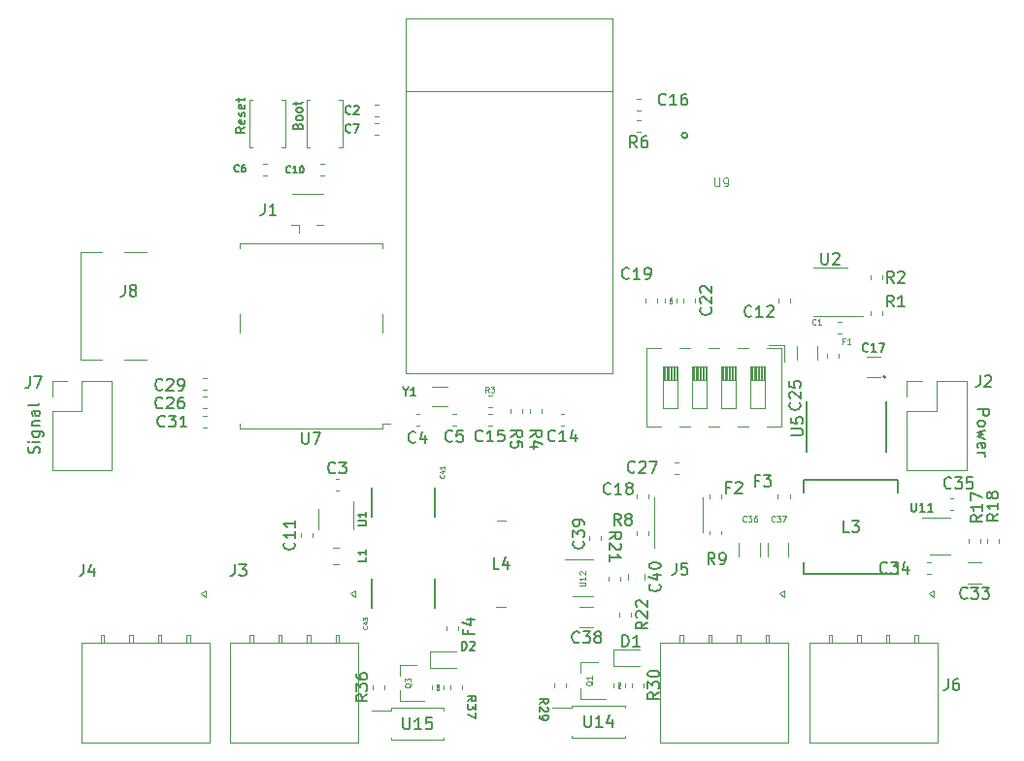
<source format=gbr>
%TF.GenerationSoftware,KiCad,Pcbnew,(5.1.10)-1*%
%TF.CreationDate,2021-07-09T14:19:08-04:00*%
%TF.ProjectId,ControlBoard,436f6e74-726f-46c4-926f-6172642e6b69,rev?*%
%TF.SameCoordinates,Original*%
%TF.FileFunction,Legend,Top*%
%TF.FilePolarity,Positive*%
%FSLAX46Y46*%
G04 Gerber Fmt 4.6, Leading zero omitted, Abs format (unit mm)*
G04 Created by KiCad (PCBNEW (5.1.10)-1) date 2021-07-09 14:19:08*
%MOMM*%
%LPD*%
G01*
G04 APERTURE LIST*
%ADD10C,0.150000*%
%ADD11C,0.120000*%
%ADD12C,0.127000*%
%ADD13C,0.200000*%
%ADD14C,0.050000*%
%ADD15C,0.100000*%
%ADD16C,0.015000*%
%ADD17C,0.060800*%
G04 APERTURE END LIST*
D10*
X131542857Y-66395238D02*
X131580952Y-66280952D01*
X131619047Y-66242857D01*
X131695238Y-66204761D01*
X131809523Y-66204761D01*
X131885714Y-66242857D01*
X131923809Y-66280952D01*
X131961904Y-66357142D01*
X131961904Y-66661904D01*
X131161904Y-66661904D01*
X131161904Y-66395238D01*
X131200000Y-66319047D01*
X131238095Y-66280952D01*
X131314285Y-66242857D01*
X131390476Y-66242857D01*
X131466666Y-66280952D01*
X131504761Y-66319047D01*
X131542857Y-66395238D01*
X131542857Y-66661904D01*
X131961904Y-65747619D02*
X131923809Y-65823809D01*
X131885714Y-65861904D01*
X131809523Y-65900000D01*
X131580952Y-65900000D01*
X131504761Y-65861904D01*
X131466666Y-65823809D01*
X131428571Y-65747619D01*
X131428571Y-65633333D01*
X131466666Y-65557142D01*
X131504761Y-65519047D01*
X131580952Y-65480952D01*
X131809523Y-65480952D01*
X131885714Y-65519047D01*
X131923809Y-65557142D01*
X131961904Y-65633333D01*
X131961904Y-65747619D01*
X131961904Y-65023809D02*
X131923809Y-65100000D01*
X131885714Y-65138095D01*
X131809523Y-65176190D01*
X131580952Y-65176190D01*
X131504761Y-65138095D01*
X131466666Y-65100000D01*
X131428571Y-65023809D01*
X131428571Y-64909523D01*
X131466666Y-64833333D01*
X131504761Y-64795238D01*
X131580952Y-64757142D01*
X131809523Y-64757142D01*
X131885714Y-64795238D01*
X131923809Y-64833333D01*
X131961904Y-64909523D01*
X131961904Y-65023809D01*
X131428571Y-64528571D02*
X131428571Y-64223809D01*
X131161904Y-64414285D02*
X131847619Y-64414285D01*
X131923809Y-64376190D01*
X131961904Y-64300000D01*
X131961904Y-64223809D01*
X126961904Y-66490476D02*
X126580952Y-66757142D01*
X126961904Y-66947619D02*
X126161904Y-66947619D01*
X126161904Y-66642857D01*
X126200000Y-66566666D01*
X126238095Y-66528571D01*
X126314285Y-66490476D01*
X126428571Y-66490476D01*
X126504761Y-66528571D01*
X126542857Y-66566666D01*
X126580952Y-66642857D01*
X126580952Y-66947619D01*
X126923809Y-65842857D02*
X126961904Y-65919047D01*
X126961904Y-66071428D01*
X126923809Y-66147619D01*
X126847619Y-66185714D01*
X126542857Y-66185714D01*
X126466666Y-66147619D01*
X126428571Y-66071428D01*
X126428571Y-65919047D01*
X126466666Y-65842857D01*
X126542857Y-65804761D01*
X126619047Y-65804761D01*
X126695238Y-66185714D01*
X126923809Y-65500000D02*
X126961904Y-65423809D01*
X126961904Y-65271428D01*
X126923809Y-65195238D01*
X126847619Y-65157142D01*
X126809523Y-65157142D01*
X126733333Y-65195238D01*
X126695238Y-65271428D01*
X126695238Y-65385714D01*
X126657142Y-65461904D01*
X126580952Y-65500000D01*
X126542857Y-65500000D01*
X126466666Y-65461904D01*
X126428571Y-65385714D01*
X126428571Y-65271428D01*
X126466666Y-65195238D01*
X126923809Y-64509523D02*
X126961904Y-64585714D01*
X126961904Y-64738095D01*
X126923809Y-64814285D01*
X126847619Y-64852380D01*
X126542857Y-64852380D01*
X126466666Y-64814285D01*
X126428571Y-64738095D01*
X126428571Y-64585714D01*
X126466666Y-64509523D01*
X126542857Y-64471428D01*
X126619047Y-64471428D01*
X126695238Y-64852380D01*
X126428571Y-64242857D02*
X126428571Y-63938095D01*
X126161904Y-64128571D02*
X126847619Y-64128571D01*
X126923809Y-64090476D01*
X126961904Y-64014285D01*
X126961904Y-63938095D01*
X109004761Y-94942857D02*
X109052380Y-94800000D01*
X109052380Y-94561904D01*
X109004761Y-94466666D01*
X108957142Y-94419047D01*
X108861904Y-94371428D01*
X108766666Y-94371428D01*
X108671428Y-94419047D01*
X108623809Y-94466666D01*
X108576190Y-94561904D01*
X108528571Y-94752380D01*
X108480952Y-94847619D01*
X108433333Y-94895238D01*
X108338095Y-94942857D01*
X108242857Y-94942857D01*
X108147619Y-94895238D01*
X108100000Y-94847619D01*
X108052380Y-94752380D01*
X108052380Y-94514285D01*
X108100000Y-94371428D01*
X109052380Y-93942857D02*
X108385714Y-93942857D01*
X108052380Y-93942857D02*
X108100000Y-93990476D01*
X108147619Y-93942857D01*
X108100000Y-93895238D01*
X108052380Y-93942857D01*
X108147619Y-93942857D01*
X108385714Y-93038095D02*
X109195238Y-93038095D01*
X109290476Y-93085714D01*
X109338095Y-93133333D01*
X109385714Y-93228571D01*
X109385714Y-93371428D01*
X109338095Y-93466666D01*
X109004761Y-93038095D02*
X109052380Y-93133333D01*
X109052380Y-93323809D01*
X109004761Y-93419047D01*
X108957142Y-93466666D01*
X108861904Y-93514285D01*
X108576190Y-93514285D01*
X108480952Y-93466666D01*
X108433333Y-93419047D01*
X108385714Y-93323809D01*
X108385714Y-93133333D01*
X108433333Y-93038095D01*
X108385714Y-92561904D02*
X109052380Y-92561904D01*
X108480952Y-92561904D02*
X108433333Y-92514285D01*
X108385714Y-92419047D01*
X108385714Y-92276190D01*
X108433333Y-92180952D01*
X108528571Y-92133333D01*
X109052380Y-92133333D01*
X109052380Y-91228571D02*
X108528571Y-91228571D01*
X108433333Y-91276190D01*
X108385714Y-91371428D01*
X108385714Y-91561904D01*
X108433333Y-91657142D01*
X109004761Y-91228571D02*
X109052380Y-91323809D01*
X109052380Y-91561904D01*
X109004761Y-91657142D01*
X108909523Y-91704761D01*
X108814285Y-91704761D01*
X108719047Y-91657142D01*
X108671428Y-91561904D01*
X108671428Y-91323809D01*
X108623809Y-91228571D01*
X109052380Y-90609523D02*
X109004761Y-90704761D01*
X108909523Y-90752380D01*
X108052380Y-90752380D01*
X190847619Y-91123809D02*
X191847619Y-91123809D01*
X191847619Y-91504761D01*
X191800000Y-91600000D01*
X191752380Y-91647619D01*
X191657142Y-91695238D01*
X191514285Y-91695238D01*
X191419047Y-91647619D01*
X191371428Y-91600000D01*
X191323809Y-91504761D01*
X191323809Y-91123809D01*
X190847619Y-92266666D02*
X190895238Y-92171428D01*
X190942857Y-92123809D01*
X191038095Y-92076190D01*
X191323809Y-92076190D01*
X191419047Y-92123809D01*
X191466666Y-92171428D01*
X191514285Y-92266666D01*
X191514285Y-92409523D01*
X191466666Y-92504761D01*
X191419047Y-92552380D01*
X191323809Y-92600000D01*
X191038095Y-92600000D01*
X190942857Y-92552380D01*
X190895238Y-92504761D01*
X190847619Y-92409523D01*
X190847619Y-92266666D01*
X191514285Y-92933333D02*
X190847619Y-93123809D01*
X191323809Y-93314285D01*
X190847619Y-93504761D01*
X191514285Y-93695238D01*
X190895238Y-94457142D02*
X190847619Y-94361904D01*
X190847619Y-94171428D01*
X190895238Y-94076190D01*
X190990476Y-94028571D01*
X191371428Y-94028571D01*
X191466666Y-94076190D01*
X191514285Y-94171428D01*
X191514285Y-94361904D01*
X191466666Y-94457142D01*
X191371428Y-94504761D01*
X191276190Y-94504761D01*
X191180952Y-94028571D01*
X190847619Y-94933333D02*
X191514285Y-94933333D01*
X191323809Y-94933333D02*
X191419047Y-94980952D01*
X191466666Y-95028571D01*
X191514285Y-95123809D01*
X191514285Y-95219047D01*
D11*
%TO.C,R29*%
X154910000Y-115362779D02*
X154910000Y-115037221D01*
X153890000Y-115362779D02*
X153890000Y-115037221D01*
%TO.C,U14*%
X157800000Y-119810000D02*
X160110000Y-119810000D01*
X160110000Y-119810000D02*
X160110000Y-119595000D01*
X157800000Y-119810000D02*
X155490000Y-119810000D01*
X155490000Y-119810000D02*
X155490000Y-119595000D01*
X157800000Y-116990000D02*
X160110000Y-116990000D01*
X160110000Y-116990000D02*
X160110000Y-117205000D01*
X157800000Y-116990000D02*
X155490000Y-116990000D01*
X155490000Y-116990000D02*
X155490000Y-117205000D01*
X155490000Y-117205000D02*
X153800000Y-117205000D01*
%TO.C,R31*%
X160110000Y-115037221D02*
X160110000Y-115362779D01*
X159090000Y-115037221D02*
X159090000Y-115362779D01*
%TO.C,R30*%
X161710000Y-115037221D02*
X161710000Y-115362779D01*
X160690000Y-115037221D02*
X160690000Y-115362779D01*
%TO.C,Q1*%
X156240000Y-113220000D02*
X157700000Y-113220000D01*
X156240000Y-116380000D02*
X158400000Y-116380000D01*
X156240000Y-116380000D02*
X156240000Y-115450000D01*
X156240000Y-113220000D02*
X156240000Y-114150000D01*
%TO.C,D1*%
X159115000Y-113535000D02*
X161400000Y-113535000D01*
X159115000Y-112065000D02*
X159115000Y-113535000D01*
X161400000Y-112065000D02*
X159115000Y-112065000D01*
%TO.C,J2*%
X184670000Y-88670000D02*
X186000000Y-88670000D01*
X184670000Y-90000000D02*
X184670000Y-88670000D01*
X187270000Y-88670000D02*
X189870000Y-88670000D01*
X187270000Y-91270000D02*
X187270000Y-88670000D01*
X184670000Y-91270000D02*
X187270000Y-91270000D01*
X189870000Y-88670000D02*
X189870000Y-96410000D01*
X184670000Y-91270000D02*
X184670000Y-96410000D01*
X184670000Y-96410000D02*
X189870000Y-96410000D01*
%TO.C,J7*%
X110130000Y-96410000D02*
X115330000Y-96410000D01*
X110130000Y-91270000D02*
X110130000Y-96410000D01*
X115330000Y-88670000D02*
X115330000Y-96410000D01*
X110130000Y-91270000D02*
X112730000Y-91270000D01*
X112730000Y-91270000D02*
X112730000Y-88670000D01*
X112730000Y-88670000D02*
X115330000Y-88670000D01*
X110130000Y-90000000D02*
X110130000Y-88670000D01*
X110130000Y-88670000D02*
X111460000Y-88670000D01*
%TO.C,C1*%
X178962779Y-84460000D02*
X178637221Y-84460000D01*
X178962779Y-83440000D02*
X178637221Y-83440000D01*
%TO.C,C2*%
X138625279Y-64490000D02*
X138299721Y-64490000D01*
X138625279Y-65510000D02*
X138299721Y-65510000D01*
%TO.C,C3*%
X134837221Y-98210000D02*
X135162779Y-98210000D01*
X134837221Y-97190000D02*
X135162779Y-97190000D01*
%TO.C,C4*%
X141874721Y-92560000D02*
X142200279Y-92560000D01*
X141874721Y-91540000D02*
X142200279Y-91540000D01*
%TO.C,C5*%
X145037221Y-91540000D02*
X145362779Y-91540000D01*
X145037221Y-92560000D02*
X145362779Y-92560000D01*
%TO.C,C6*%
X128524721Y-70710000D02*
X128850279Y-70710000D01*
X128524721Y-69690000D02*
X128850279Y-69690000D01*
%TO.C,C7*%
X138612779Y-67110000D02*
X138287221Y-67110000D01*
X138612779Y-66090000D02*
X138287221Y-66090000D01*
%TO.C,C10*%
X133524721Y-69690000D02*
X133850279Y-69690000D01*
X133524721Y-70710000D02*
X133850279Y-70710000D01*
%TO.C,C11*%
X131790000Y-102262779D02*
X131790000Y-101937221D01*
X132810000Y-102262779D02*
X132810000Y-101937221D01*
%TO.C,C12*%
X174510000Y-81437221D02*
X174510000Y-81762779D01*
X173490000Y-81437221D02*
X173490000Y-81762779D01*
%TO.C,C14*%
X154812779Y-92560000D02*
X154487221Y-92560000D01*
X154812779Y-91540000D02*
X154487221Y-91540000D01*
%TO.C,C15*%
X148475279Y-91540000D02*
X148149721Y-91540000D01*
X148475279Y-92560000D02*
X148149721Y-92560000D01*
%TO.C,C16*%
X161462779Y-65060000D02*
X161137221Y-65060000D01*
X161462779Y-64040000D02*
X161137221Y-64040000D01*
%TO.C,C17*%
X181197936Y-88310000D02*
X182402064Y-88310000D01*
X181197936Y-86490000D02*
X182402064Y-86490000D01*
%TO.C,C18*%
X161090000Y-98862779D02*
X161090000Y-98537221D01*
X162110000Y-98862779D02*
X162110000Y-98537221D01*
%TO.C,C19*%
X161890000Y-81424721D02*
X161890000Y-81750279D01*
X162910000Y-81424721D02*
X162910000Y-81750279D01*
%TO.C,C22*%
X166210000Y-81437221D02*
X166210000Y-81762779D01*
X165190000Y-81437221D02*
X165190000Y-81762779D01*
%TO.C,C24*%
X164610000Y-81437221D02*
X164610000Y-81762779D01*
X163590000Y-81437221D02*
X163590000Y-81762779D01*
%TO.C,C26*%
X123612779Y-91010000D02*
X123287221Y-91010000D01*
X123612779Y-89990000D02*
X123287221Y-89990000D01*
%TO.C,C27*%
X164775279Y-95790000D02*
X164449721Y-95790000D01*
X164775279Y-96810000D02*
X164449721Y-96810000D01*
%TO.C,C29*%
X123612779Y-88390000D02*
X123287221Y-88390000D01*
X123612779Y-89410000D02*
X123287221Y-89410000D01*
%TO.C,C31*%
X123612779Y-92710000D02*
X123287221Y-92710000D01*
X123612779Y-91690000D02*
X123287221Y-91690000D01*
%TO.C,C33*%
X191202064Y-104490000D02*
X189997936Y-104490000D01*
X191202064Y-106310000D02*
X189997936Y-106310000D01*
%TO.C,C34*%
X186437221Y-105510000D02*
X186762779Y-105510000D01*
X186437221Y-104490000D02*
X186762779Y-104490000D01*
%TO.C,C35*%
X188762779Y-98890000D02*
X188437221Y-98890000D01*
X188762779Y-99910000D02*
X188437221Y-99910000D01*
%TO.C,C36*%
X170040000Y-103952064D02*
X170040000Y-102747936D01*
X171860000Y-103952064D02*
X171860000Y-102747936D01*
%TO.C,C37*%
X172540000Y-103952064D02*
X172540000Y-102747936D01*
X174360000Y-103952064D02*
X174360000Y-102747936D01*
%TO.C,C38*%
X157352064Y-110160000D02*
X156147936Y-110160000D01*
X157352064Y-108340000D02*
X156147936Y-108340000D01*
%TO.C,C39*%
X156990000Y-102187221D02*
X156990000Y-102512779D01*
X158010000Y-102187221D02*
X158010000Y-102512779D01*
%TO.C,C40*%
X161810000Y-105491422D02*
X161810000Y-106008578D01*
X160390000Y-105491422D02*
X160390000Y-106008578D01*
D12*
%TO.C,C41*%
X138050000Y-97920000D02*
X138050000Y-100480000D01*
X143550000Y-97920000D02*
X143550000Y-100480000D01*
%TO.C,C43*%
X138050000Y-108480000D02*
X138050000Y-105920000D01*
X143550000Y-108480000D02*
X143550000Y-105920000D01*
D11*
%TO.C,D2*%
X143115000Y-113735000D02*
X145400000Y-113735000D01*
X143115000Y-112265000D02*
X143115000Y-113735000D01*
X145400000Y-112265000D02*
X143115000Y-112265000D01*
%TO.C,F1*%
X177690000Y-86287221D02*
X177690000Y-86612779D01*
X178710000Y-86287221D02*
X178710000Y-86612779D01*
%TO.C,F2*%
X167490000Y-98862779D02*
X167490000Y-98537221D01*
X168510000Y-98862779D02*
X168510000Y-98537221D01*
%TO.C,F3*%
X174460000Y-98537221D02*
X174460000Y-98862779D01*
X173440000Y-98537221D02*
X173440000Y-98862779D01*
%TO.C,F4*%
X144490000Y-110362779D02*
X144490000Y-110037221D01*
X145510000Y-110362779D02*
X145510000Y-110037221D01*
%TO.C,J1*%
X131050000Y-72315000D02*
X133750000Y-72315000D01*
X131640000Y-75035000D02*
X131640000Y-75665000D01*
X133800000Y-75035000D02*
X133160000Y-75035000D01*
X131000000Y-75035000D02*
X131640000Y-75035000D01*
%TO.C,J3*%
X136830000Y-111510000D02*
X125670000Y-111510000D01*
X125670000Y-111510000D02*
X125670000Y-120190000D01*
X125670000Y-120190000D02*
X136830000Y-120190000D01*
X136830000Y-120190000D02*
X136830000Y-111510000D01*
X134850000Y-111510000D02*
X135150000Y-111510000D01*
X135150000Y-111510000D02*
X135150000Y-110810000D01*
X135150000Y-110810000D02*
X134850000Y-110810000D01*
X134850000Y-110810000D02*
X134850000Y-111510000D01*
X132350000Y-111510000D02*
X132650000Y-111510000D01*
X132650000Y-111510000D02*
X132650000Y-110810000D01*
X132650000Y-110810000D02*
X132350000Y-110810000D01*
X132350000Y-110810000D02*
X132350000Y-111510000D01*
X129850000Y-111510000D02*
X130150000Y-111510000D01*
X130150000Y-111510000D02*
X130150000Y-110810000D01*
X130150000Y-110810000D02*
X129850000Y-110810000D01*
X129850000Y-110810000D02*
X129850000Y-111510000D01*
X127350000Y-111510000D02*
X127650000Y-111510000D01*
X127650000Y-111510000D02*
X127650000Y-110810000D01*
X127650000Y-110810000D02*
X127350000Y-110810000D01*
X127350000Y-110810000D02*
X127350000Y-111510000D01*
X136110000Y-107200000D02*
X136534264Y-107500000D01*
X136534264Y-107500000D02*
X136534264Y-106900000D01*
X136534264Y-106900000D02*
X136110000Y-107200000D01*
%TO.C,J4*%
X123830000Y-111510000D02*
X112670000Y-111510000D01*
X112670000Y-111510000D02*
X112670000Y-120190000D01*
X112670000Y-120190000D02*
X123830000Y-120190000D01*
X123830000Y-120190000D02*
X123830000Y-111510000D01*
X121850000Y-111510000D02*
X122150000Y-111510000D01*
X122150000Y-111510000D02*
X122150000Y-110810000D01*
X122150000Y-110810000D02*
X121850000Y-110810000D01*
X121850000Y-110810000D02*
X121850000Y-111510000D01*
X119350000Y-111510000D02*
X119650000Y-111510000D01*
X119650000Y-111510000D02*
X119650000Y-110810000D01*
X119650000Y-110810000D02*
X119350000Y-110810000D01*
X119350000Y-110810000D02*
X119350000Y-111510000D01*
X116850000Y-111510000D02*
X117150000Y-111510000D01*
X117150000Y-111510000D02*
X117150000Y-110810000D01*
X117150000Y-110810000D02*
X116850000Y-110810000D01*
X116850000Y-110810000D02*
X116850000Y-111510000D01*
X114350000Y-111510000D02*
X114650000Y-111510000D01*
X114650000Y-111510000D02*
X114650000Y-110810000D01*
X114650000Y-110810000D02*
X114350000Y-110810000D01*
X114350000Y-110810000D02*
X114350000Y-111510000D01*
X123110000Y-107200000D02*
X123534264Y-107500000D01*
X123534264Y-107500000D02*
X123534264Y-106900000D01*
X123534264Y-106900000D02*
X123110000Y-107200000D01*
%TO.C,J5*%
X174034264Y-106900000D02*
X173610000Y-107200000D01*
X174034264Y-107500000D02*
X174034264Y-106900000D01*
X173610000Y-107200000D02*
X174034264Y-107500000D01*
X164850000Y-110810000D02*
X164850000Y-111510000D01*
X165150000Y-110810000D02*
X164850000Y-110810000D01*
X165150000Y-111510000D02*
X165150000Y-110810000D01*
X164850000Y-111510000D02*
X165150000Y-111510000D01*
X167350000Y-110810000D02*
X167350000Y-111510000D01*
X167650000Y-110810000D02*
X167350000Y-110810000D01*
X167650000Y-111510000D02*
X167650000Y-110810000D01*
X167350000Y-111510000D02*
X167650000Y-111510000D01*
X169850000Y-110810000D02*
X169850000Y-111510000D01*
X170150000Y-110810000D02*
X169850000Y-110810000D01*
X170150000Y-111510000D02*
X170150000Y-110810000D01*
X169850000Y-111510000D02*
X170150000Y-111510000D01*
X172350000Y-110810000D02*
X172350000Y-111510000D01*
X172650000Y-110810000D02*
X172350000Y-110810000D01*
X172650000Y-111510000D02*
X172650000Y-110810000D01*
X172350000Y-111510000D02*
X172650000Y-111510000D01*
X174330000Y-120190000D02*
X174330000Y-111510000D01*
X163170000Y-120190000D02*
X174330000Y-120190000D01*
X163170000Y-111510000D02*
X163170000Y-120190000D01*
X174330000Y-111510000D02*
X163170000Y-111510000D01*
%TO.C,J6*%
X187034264Y-106900000D02*
X186610000Y-107200000D01*
X187034264Y-107500000D02*
X187034264Y-106900000D01*
X186610000Y-107200000D02*
X187034264Y-107500000D01*
X177850000Y-110810000D02*
X177850000Y-111510000D01*
X178150000Y-110810000D02*
X177850000Y-110810000D01*
X178150000Y-111510000D02*
X178150000Y-110810000D01*
X177850000Y-111510000D02*
X178150000Y-111510000D01*
X180350000Y-110810000D02*
X180350000Y-111510000D01*
X180650000Y-110810000D02*
X180350000Y-110810000D01*
X180650000Y-111510000D02*
X180650000Y-110810000D01*
X180350000Y-111510000D02*
X180650000Y-111510000D01*
X182850000Y-110810000D02*
X182850000Y-111510000D01*
X183150000Y-110810000D02*
X182850000Y-110810000D01*
X183150000Y-111510000D02*
X183150000Y-110810000D01*
X182850000Y-111510000D02*
X183150000Y-111510000D01*
X185350000Y-110810000D02*
X185350000Y-111510000D01*
X185650000Y-110810000D02*
X185350000Y-110810000D01*
X185650000Y-111510000D02*
X185650000Y-110810000D01*
X185350000Y-111510000D02*
X185650000Y-111510000D01*
X187330000Y-120190000D02*
X187330000Y-111510000D01*
X176170000Y-120190000D02*
X187330000Y-120190000D01*
X176170000Y-111510000D02*
X176170000Y-120190000D01*
X187330000Y-111510000D02*
X176170000Y-111510000D01*
%TO.C,J8*%
X114500000Y-77350000D02*
X112600000Y-77350000D01*
X118400000Y-77350000D02*
X116400000Y-77350000D01*
X114500000Y-86750000D02*
X112600000Y-86750000D01*
X118400000Y-86750000D02*
X116400000Y-86750000D01*
X112600000Y-77350000D02*
X112600000Y-86750000D01*
%TO.C,L1*%
X135158578Y-104660000D02*
X134641422Y-104660000D01*
X135158578Y-103240000D02*
X134641422Y-103240000D01*
D10*
%TO.C,L3*%
X183928000Y-105528000D02*
X175672000Y-105528000D01*
X175672000Y-97272000D02*
X175672000Y-98358000D01*
X175672000Y-104442000D02*
X175672000Y-105528000D01*
X183928000Y-97272000D02*
X175672000Y-97272000D01*
X183928000Y-97272000D02*
X183928000Y-98358000D01*
X183928000Y-104442000D02*
X183928000Y-105528000D01*
D11*
%TO.C,L4*%
X149700000Y-100800000D02*
X148900000Y-100800000D01*
X149700000Y-108400000D02*
X148850000Y-108400000D01*
%TO.C,Q3*%
X140440000Y-113420000D02*
X140440000Y-114350000D01*
X140440000Y-116580000D02*
X140440000Y-115650000D01*
X140440000Y-116580000D02*
X142600000Y-116580000D01*
X140440000Y-113420000D02*
X141900000Y-113420000D01*
%TO.C,R1*%
X181490000Y-82875279D02*
X181490000Y-82549721D01*
X182510000Y-82875279D02*
X182510000Y-82549721D01*
%TO.C,R2*%
X181490000Y-79437221D02*
X181490000Y-79762779D01*
X182510000Y-79437221D02*
X182510000Y-79762779D01*
%TO.C,R3*%
X148475279Y-89940000D02*
X148149721Y-89940000D01*
X148475279Y-90960000D02*
X148149721Y-90960000D01*
%TO.C,R4*%
X151790000Y-91137221D02*
X151790000Y-91462779D01*
X152810000Y-91137221D02*
X152810000Y-91462779D01*
%TO.C,R5*%
X151160000Y-91137221D02*
X151160000Y-91462779D01*
X150140000Y-91137221D02*
X150140000Y-91462779D01*
%TO.C,R6*%
X161137221Y-66860000D02*
X161462779Y-66860000D01*
X161137221Y-65840000D02*
X161462779Y-65840000D01*
%TO.C,R8*%
X161090000Y-101749721D02*
X161090000Y-102075279D01*
X162110000Y-101749721D02*
X162110000Y-102075279D01*
%TO.C,R9*%
X168510000Y-101737221D02*
X168510000Y-102062779D01*
X167490000Y-101737221D02*
X167490000Y-102062779D01*
%TO.C,R17*%
X190090000Y-102437221D02*
X190090000Y-102762779D01*
X191110000Y-102437221D02*
X191110000Y-102762779D01*
%TO.C,R18*%
X191690000Y-102762779D02*
X191690000Y-102437221D01*
X192710000Y-102762779D02*
X192710000Y-102437221D01*
%TO.C,R21*%
X159710000Y-105787221D02*
X159710000Y-106112779D01*
X158690000Y-105787221D02*
X158690000Y-106112779D01*
%TO.C,R22*%
X159590000Y-109212779D02*
X159590000Y-108887221D01*
X160610000Y-109212779D02*
X160610000Y-108887221D01*
%TO.C,R36*%
X139110000Y-115550279D02*
X139110000Y-115224721D01*
X138090000Y-115550279D02*
X138090000Y-115224721D01*
%TO.C,R37*%
X144890000Y-115237221D02*
X144890000Y-115562779D01*
X145910000Y-115237221D02*
X145910000Y-115562779D01*
%TO.C,R38*%
X144310000Y-115237221D02*
X144310000Y-115562779D01*
X143290000Y-115237221D02*
X143290000Y-115562779D01*
%TO.C,SW1*%
X127330000Y-64130000D02*
X127630000Y-64130000D01*
X130470000Y-68270000D02*
X130170000Y-68270000D01*
X127630000Y-68270000D02*
X127330000Y-68270000D01*
X130470000Y-64130000D02*
X130470000Y-68270000D01*
X130170000Y-64130000D02*
X130470000Y-64130000D01*
X127330000Y-68270000D02*
X127330000Y-64130000D01*
%TO.C,SW2*%
X132330000Y-68270000D02*
X132330000Y-64130000D01*
X135170000Y-64130000D02*
X135470000Y-64130000D01*
X135470000Y-64130000D02*
X135470000Y-68270000D01*
X132630000Y-68270000D02*
X132330000Y-68270000D01*
X135470000Y-68270000D02*
X135170000Y-68270000D01*
X132330000Y-64130000D02*
X132630000Y-64130000D01*
%TO.C,SW3*%
X173770000Y-85785000D02*
X173770000Y-92605000D01*
X161930000Y-85785000D02*
X161930000Y-92605000D01*
X173770000Y-85785000D02*
X172460000Y-85785000D01*
X170860000Y-85785000D02*
X169920000Y-85785000D01*
X168320000Y-85785000D02*
X167380000Y-85785000D01*
X165780000Y-85785000D02*
X164840000Y-85785000D01*
X163240000Y-85785000D02*
X161930000Y-85785000D01*
X163240000Y-92605000D02*
X161930000Y-92605000D01*
X165780000Y-92605000D02*
X164840000Y-92605000D01*
X168320000Y-92605000D02*
X167380000Y-92605000D01*
X173770000Y-92605000D02*
X172460000Y-92605000D01*
X170860000Y-92605000D02*
X169920000Y-92605000D01*
X174010000Y-85545000D02*
X174010000Y-86928000D01*
X174010000Y-85545000D02*
X172627000Y-85545000D01*
X172295000Y-87385000D02*
X171025000Y-87385000D01*
X171025000Y-87385000D02*
X171025000Y-91005000D01*
X171025000Y-91005000D02*
X172295000Y-91005000D01*
X172295000Y-91005000D02*
X172295000Y-87385000D01*
X172175000Y-87385000D02*
X172175000Y-88591667D01*
X172055000Y-87385000D02*
X172055000Y-88591667D01*
X171935000Y-87385000D02*
X171935000Y-88591667D01*
X171815000Y-87385000D02*
X171815000Y-88591667D01*
X171695000Y-87385000D02*
X171695000Y-88591667D01*
X171575000Y-87385000D02*
X171575000Y-88591667D01*
X171455000Y-87385000D02*
X171455000Y-88591667D01*
X171335000Y-87385000D02*
X171335000Y-88591667D01*
X171215000Y-87385000D02*
X171215000Y-88591667D01*
X171095000Y-87385000D02*
X171095000Y-88591667D01*
X172295000Y-88591667D02*
X171025000Y-88591667D01*
X169755000Y-87385000D02*
X168485000Y-87385000D01*
X168485000Y-87385000D02*
X168485000Y-91005000D01*
X168485000Y-91005000D02*
X169755000Y-91005000D01*
X169755000Y-91005000D02*
X169755000Y-87385000D01*
X169635000Y-87385000D02*
X169635000Y-88591667D01*
X169515000Y-87385000D02*
X169515000Y-88591667D01*
X169395000Y-87385000D02*
X169395000Y-88591667D01*
X169275000Y-87385000D02*
X169275000Y-88591667D01*
X169155000Y-87385000D02*
X169155000Y-88591667D01*
X169035000Y-87385000D02*
X169035000Y-88591667D01*
X168915000Y-87385000D02*
X168915000Y-88591667D01*
X168795000Y-87385000D02*
X168795000Y-88591667D01*
X168675000Y-87385000D02*
X168675000Y-88591667D01*
X168555000Y-87385000D02*
X168555000Y-88591667D01*
X169755000Y-88591667D02*
X168485000Y-88591667D01*
X167215000Y-87385000D02*
X165945000Y-87385000D01*
X165945000Y-87385000D02*
X165945000Y-91005000D01*
X165945000Y-91005000D02*
X167215000Y-91005000D01*
X167215000Y-91005000D02*
X167215000Y-87385000D01*
X167095000Y-87385000D02*
X167095000Y-88591667D01*
X166975000Y-87385000D02*
X166975000Y-88591667D01*
X166855000Y-87385000D02*
X166855000Y-88591667D01*
X166735000Y-87385000D02*
X166735000Y-88591667D01*
X166615000Y-87385000D02*
X166615000Y-88591667D01*
X166495000Y-87385000D02*
X166495000Y-88591667D01*
X166375000Y-87385000D02*
X166375000Y-88591667D01*
X166255000Y-87385000D02*
X166255000Y-88591667D01*
X166135000Y-87385000D02*
X166135000Y-88591667D01*
X166015000Y-87385000D02*
X166015000Y-88591667D01*
X167215000Y-88591667D02*
X165945000Y-88591667D01*
X164675000Y-87385000D02*
X163405000Y-87385000D01*
X163405000Y-87385000D02*
X163405000Y-91005000D01*
X163405000Y-91005000D02*
X164675000Y-91005000D01*
X164675000Y-91005000D02*
X164675000Y-87385000D01*
X164555000Y-87385000D02*
X164555000Y-88591667D01*
X164435000Y-87385000D02*
X164435000Y-88591667D01*
X164315000Y-87385000D02*
X164315000Y-88591667D01*
X164195000Y-87385000D02*
X164195000Y-88591667D01*
X164075000Y-87385000D02*
X164075000Y-88591667D01*
X163955000Y-87385000D02*
X163955000Y-88591667D01*
X163835000Y-87385000D02*
X163835000Y-88591667D01*
X163715000Y-87385000D02*
X163715000Y-88591667D01*
X163595000Y-87385000D02*
X163595000Y-88591667D01*
X163475000Y-87385000D02*
X163475000Y-88591667D01*
X164675000Y-88591667D02*
X163405000Y-88591667D01*
%TO.C,U1*%
X133340000Y-99820000D02*
X133340000Y-101580000D01*
X136410000Y-101580000D02*
X136410000Y-99150000D01*
%TO.C,U2*%
X178000000Y-78740000D02*
X176500000Y-78740000D01*
X178000000Y-78740000D02*
X179500000Y-78740000D01*
X178000000Y-82960000D02*
X176500000Y-82960000D01*
X178000000Y-82960000D02*
X180875000Y-82960000D01*
%TO.C,U3*%
X141000000Y-57000000D02*
X159000000Y-57000000D01*
X159000000Y-57000000D02*
X159000000Y-88000000D01*
X159000000Y-88000000D02*
X141000000Y-88000000D01*
X141000000Y-88000000D02*
X141000000Y-57000000D01*
X141000000Y-63300000D02*
X159000000Y-63300000D01*
%TO.C,U6*%
X166900000Y-100310000D02*
X166900000Y-98810000D01*
X166900000Y-100310000D02*
X166900000Y-101810000D01*
X162680000Y-100310000D02*
X162680000Y-98810000D01*
X162680000Y-100310000D02*
X162680000Y-103185000D01*
%TO.C,U7*%
X138910000Y-84440000D02*
X138910000Y-82760000D01*
X126490000Y-84440000D02*
X126490000Y-82760000D01*
X138910000Y-76590000D02*
X126490000Y-76590000D01*
X138910000Y-92810000D02*
X126490000Y-92810000D01*
X138910000Y-77040000D02*
X138910000Y-76590000D01*
X126490000Y-92810000D02*
X126490000Y-92360000D01*
X126490000Y-77040000D02*
X126490000Y-76600000D01*
X138910000Y-92810000D02*
X138910000Y-92360000D01*
X139600000Y-92360000D02*
X138910000Y-92360000D01*
D12*
%TO.C,U9*%
X165550000Y-67200000D02*
G75*
G03*
X165550000Y-67200000I-250000J0D01*
G01*
D11*
%TO.C,U11*%
X186700000Y-103810000D02*
X188500000Y-103810000D01*
X188500000Y-100590000D02*
X186050000Y-100590000D01*
%TO.C,U12*%
X157300000Y-104190000D02*
X154850000Y-104190000D01*
X155500000Y-107410000D02*
X157300000Y-107410000D01*
%TO.C,U15*%
X142000000Y-120010000D02*
X144310000Y-120010000D01*
X144310000Y-120010000D02*
X144310000Y-119795000D01*
X142000000Y-120010000D02*
X139690000Y-120010000D01*
X139690000Y-120010000D02*
X139690000Y-119795000D01*
X142000000Y-117190000D02*
X144310000Y-117190000D01*
X144310000Y-117190000D02*
X144310000Y-117405000D01*
X142000000Y-117190000D02*
X139690000Y-117190000D01*
X139690000Y-117190000D02*
X139690000Y-117405000D01*
X139690000Y-117405000D02*
X138000000Y-117405000D01*
%TO.C,Y1*%
X144625000Y-89125000D02*
X143275000Y-89125000D01*
X144625000Y-90875000D02*
X143275000Y-90875000D01*
%TO.C,C25*%
X175090000Y-85597936D02*
X175090000Y-86802064D01*
X176910000Y-85597936D02*
X176910000Y-86802064D01*
D12*
%TO.C,U5*%
X175950000Y-90400000D02*
X175950000Y-94800000D01*
X182850000Y-90400000D02*
X182850000Y-94800000D01*
D13*
X182835000Y-88275000D02*
G75*
G03*
X182835000Y-88275000I-100000J0D01*
G01*
%TO.C,R29*%
D10*
X152660714Y-116817857D02*
X153017857Y-116567857D01*
X152660714Y-116389285D02*
X153410714Y-116389285D01*
X153410714Y-116675000D01*
X153375000Y-116746428D01*
X153339285Y-116782142D01*
X153267857Y-116817857D01*
X153160714Y-116817857D01*
X153089285Y-116782142D01*
X153053571Y-116746428D01*
X153017857Y-116675000D01*
X153017857Y-116389285D01*
X153339285Y-117103571D02*
X153375000Y-117139285D01*
X153410714Y-117210714D01*
X153410714Y-117389285D01*
X153375000Y-117460714D01*
X153339285Y-117496428D01*
X153267857Y-117532142D01*
X153196428Y-117532142D01*
X153089285Y-117496428D01*
X152660714Y-117067857D01*
X152660714Y-117532142D01*
X152660714Y-117889285D02*
X152660714Y-118032142D01*
X152696428Y-118103571D01*
X152732142Y-118139285D01*
X152839285Y-118210714D01*
X152982142Y-118246428D01*
X153267857Y-118246428D01*
X153339285Y-118210714D01*
X153375000Y-118175000D01*
X153410714Y-118103571D01*
X153410714Y-117960714D01*
X153375000Y-117889285D01*
X153339285Y-117853571D01*
X153267857Y-117817857D01*
X153089285Y-117817857D01*
X153017857Y-117853571D01*
X152982142Y-117889285D01*
X152946428Y-117960714D01*
X152946428Y-118103571D01*
X152982142Y-118175000D01*
X153017857Y-118210714D01*
X153089285Y-118246428D01*
%TO.C,U14*%
X156561904Y-117852380D02*
X156561904Y-118661904D01*
X156609523Y-118757142D01*
X156657142Y-118804761D01*
X156752380Y-118852380D01*
X156942857Y-118852380D01*
X157038095Y-118804761D01*
X157085714Y-118757142D01*
X157133333Y-118661904D01*
X157133333Y-117852380D01*
X158133333Y-118852380D02*
X157561904Y-118852380D01*
X157847619Y-118852380D02*
X157847619Y-117852380D01*
X157752380Y-117995238D01*
X157657142Y-118090476D01*
X157561904Y-118138095D01*
X158990476Y-118185714D02*
X158990476Y-118852380D01*
X158752380Y-117804761D02*
X158514285Y-118519047D01*
X159133333Y-118519047D01*
%TO.C,R31*%
D14*
X159690476Y-115328571D02*
X159595238Y-115395238D01*
X159690476Y-115442857D02*
X159490476Y-115442857D01*
X159490476Y-115366666D01*
X159500000Y-115347619D01*
X159509523Y-115338095D01*
X159528571Y-115328571D01*
X159557142Y-115328571D01*
X159576190Y-115338095D01*
X159585714Y-115347619D01*
X159595238Y-115366666D01*
X159595238Y-115442857D01*
X159490476Y-115261904D02*
X159490476Y-115138095D01*
X159566666Y-115204761D01*
X159566666Y-115176190D01*
X159576190Y-115157142D01*
X159585714Y-115147619D01*
X159604761Y-115138095D01*
X159652380Y-115138095D01*
X159671428Y-115147619D01*
X159680952Y-115157142D01*
X159690476Y-115176190D01*
X159690476Y-115233333D01*
X159680952Y-115252380D01*
X159671428Y-115261904D01*
X159690476Y-114947619D02*
X159690476Y-115061904D01*
X159690476Y-115004761D02*
X159490476Y-115004761D01*
X159519047Y-115023809D01*
X159538095Y-115042857D01*
X159547619Y-115061904D01*
%TO.C,R30*%
D10*
X163082380Y-115842857D02*
X162606190Y-116176190D01*
X163082380Y-116414285D02*
X162082380Y-116414285D01*
X162082380Y-116033333D01*
X162130000Y-115938095D01*
X162177619Y-115890476D01*
X162272857Y-115842857D01*
X162415714Y-115842857D01*
X162510952Y-115890476D01*
X162558571Y-115938095D01*
X162606190Y-116033333D01*
X162606190Y-116414285D01*
X162082380Y-115509523D02*
X162082380Y-114890476D01*
X162463333Y-115223809D01*
X162463333Y-115080952D01*
X162510952Y-114985714D01*
X162558571Y-114938095D01*
X162653809Y-114890476D01*
X162891904Y-114890476D01*
X162987142Y-114938095D01*
X163034761Y-114985714D01*
X163082380Y-115080952D01*
X163082380Y-115366666D01*
X163034761Y-115461904D01*
X162987142Y-115509523D01*
X162082380Y-114271428D02*
X162082380Y-114176190D01*
X162130000Y-114080952D01*
X162177619Y-114033333D01*
X162272857Y-113985714D01*
X162463333Y-113938095D01*
X162701428Y-113938095D01*
X162891904Y-113985714D01*
X162987142Y-114033333D01*
X163034761Y-114080952D01*
X163082380Y-114176190D01*
X163082380Y-114271428D01*
X163034761Y-114366666D01*
X162987142Y-114414285D01*
X162891904Y-114461904D01*
X162701428Y-114509523D01*
X162463333Y-114509523D01*
X162272857Y-114461904D01*
X162177619Y-114414285D01*
X162130000Y-114366666D01*
X162082380Y-114271428D01*
%TO.C,Q1*%
D15*
X157273809Y-114847619D02*
X157250000Y-114895238D01*
X157202380Y-114942857D01*
X157130952Y-115014285D01*
X157107142Y-115061904D01*
X157107142Y-115109523D01*
X157226190Y-115085714D02*
X157202380Y-115133333D01*
X157154761Y-115180952D01*
X157059523Y-115204761D01*
X156892857Y-115204761D01*
X156797619Y-115180952D01*
X156750000Y-115133333D01*
X156726190Y-115085714D01*
X156726190Y-114990476D01*
X156750000Y-114942857D01*
X156797619Y-114895238D01*
X156892857Y-114871428D01*
X157059523Y-114871428D01*
X157154761Y-114895238D01*
X157202380Y-114942857D01*
X157226190Y-114990476D01*
X157226190Y-115085714D01*
X157226190Y-114395238D02*
X157226190Y-114680952D01*
X157226190Y-114538095D02*
X156726190Y-114538095D01*
X156797619Y-114585714D01*
X156845238Y-114633333D01*
X156869047Y-114680952D01*
%TO.C,D1*%
D10*
X159861904Y-111822380D02*
X159861904Y-110822380D01*
X160100000Y-110822380D01*
X160242857Y-110870000D01*
X160338095Y-110965238D01*
X160385714Y-111060476D01*
X160433333Y-111250952D01*
X160433333Y-111393809D01*
X160385714Y-111584285D01*
X160338095Y-111679523D01*
X160242857Y-111774761D01*
X160100000Y-111822380D01*
X159861904Y-111822380D01*
X161385714Y-111822380D02*
X160814285Y-111822380D01*
X161100000Y-111822380D02*
X161100000Y-110822380D01*
X161004761Y-110965238D01*
X160909523Y-111060476D01*
X160814285Y-111108095D01*
%TO.C,J2*%
X191066666Y-88152380D02*
X191066666Y-88866666D01*
X191019047Y-89009523D01*
X190923809Y-89104761D01*
X190780952Y-89152380D01*
X190685714Y-89152380D01*
X191495238Y-88247619D02*
X191542857Y-88200000D01*
X191638095Y-88152380D01*
X191876190Y-88152380D01*
X191971428Y-88200000D01*
X192019047Y-88247619D01*
X192066666Y-88342857D01*
X192066666Y-88438095D01*
X192019047Y-88580952D01*
X191447619Y-89152380D01*
X192066666Y-89152380D01*
%TO.C,J7*%
X108166666Y-88252380D02*
X108166666Y-88966666D01*
X108119047Y-89109523D01*
X108023809Y-89204761D01*
X107880952Y-89252380D01*
X107785714Y-89252380D01*
X108547619Y-88252380D02*
X109214285Y-88252380D01*
X108785714Y-89252380D01*
%TO.C,C1*%
D15*
X176741666Y-83678571D02*
X176717857Y-83702380D01*
X176646428Y-83726190D01*
X176598809Y-83726190D01*
X176527380Y-83702380D01*
X176479761Y-83654761D01*
X176455952Y-83607142D01*
X176432142Y-83511904D01*
X176432142Y-83440476D01*
X176455952Y-83345238D01*
X176479761Y-83297619D01*
X176527380Y-83250000D01*
X176598809Y-83226190D01*
X176646428Y-83226190D01*
X176717857Y-83250000D01*
X176741666Y-83273809D01*
X177217857Y-83726190D02*
X176932142Y-83726190D01*
X177075000Y-83726190D02*
X177075000Y-83226190D01*
X177027380Y-83297619D01*
X176979761Y-83345238D01*
X176932142Y-83369047D01*
%TO.C,C2*%
D10*
X136175000Y-65267857D02*
X136139285Y-65303571D01*
X136032142Y-65339285D01*
X135960714Y-65339285D01*
X135853571Y-65303571D01*
X135782142Y-65232142D01*
X135746428Y-65160714D01*
X135710714Y-65017857D01*
X135710714Y-64910714D01*
X135746428Y-64767857D01*
X135782142Y-64696428D01*
X135853571Y-64625000D01*
X135960714Y-64589285D01*
X136032142Y-64589285D01*
X136139285Y-64625000D01*
X136175000Y-64660714D01*
X136460714Y-64660714D02*
X136496428Y-64625000D01*
X136567857Y-64589285D01*
X136746428Y-64589285D01*
X136817857Y-64625000D01*
X136853571Y-64660714D01*
X136889285Y-64732142D01*
X136889285Y-64803571D01*
X136853571Y-64910714D01*
X136425000Y-65339285D01*
X136889285Y-65339285D01*
%TO.C,C3*%
X134833333Y-96627142D02*
X134785714Y-96674761D01*
X134642857Y-96722380D01*
X134547619Y-96722380D01*
X134404761Y-96674761D01*
X134309523Y-96579523D01*
X134261904Y-96484285D01*
X134214285Y-96293809D01*
X134214285Y-96150952D01*
X134261904Y-95960476D01*
X134309523Y-95865238D01*
X134404761Y-95770000D01*
X134547619Y-95722380D01*
X134642857Y-95722380D01*
X134785714Y-95770000D01*
X134833333Y-95817619D01*
X135166666Y-95722380D02*
X135785714Y-95722380D01*
X135452380Y-96103333D01*
X135595238Y-96103333D01*
X135690476Y-96150952D01*
X135738095Y-96198571D01*
X135785714Y-96293809D01*
X135785714Y-96531904D01*
X135738095Y-96627142D01*
X135690476Y-96674761D01*
X135595238Y-96722380D01*
X135309523Y-96722380D01*
X135214285Y-96674761D01*
X135166666Y-96627142D01*
%TO.C,C4*%
X141833333Y-93957142D02*
X141785714Y-94004761D01*
X141642857Y-94052380D01*
X141547619Y-94052380D01*
X141404761Y-94004761D01*
X141309523Y-93909523D01*
X141261904Y-93814285D01*
X141214285Y-93623809D01*
X141214285Y-93480952D01*
X141261904Y-93290476D01*
X141309523Y-93195238D01*
X141404761Y-93100000D01*
X141547619Y-93052380D01*
X141642857Y-93052380D01*
X141785714Y-93100000D01*
X141833333Y-93147619D01*
X142690476Y-93385714D02*
X142690476Y-94052380D01*
X142452380Y-93004761D02*
X142214285Y-93719047D01*
X142833333Y-93719047D01*
%TO.C,C5*%
X145033333Y-93857142D02*
X144985714Y-93904761D01*
X144842857Y-93952380D01*
X144747619Y-93952380D01*
X144604761Y-93904761D01*
X144509523Y-93809523D01*
X144461904Y-93714285D01*
X144414285Y-93523809D01*
X144414285Y-93380952D01*
X144461904Y-93190476D01*
X144509523Y-93095238D01*
X144604761Y-93000000D01*
X144747619Y-92952380D01*
X144842857Y-92952380D01*
X144985714Y-93000000D01*
X145033333Y-93047619D01*
X145938095Y-92952380D02*
X145461904Y-92952380D01*
X145414285Y-93428571D01*
X145461904Y-93380952D01*
X145557142Y-93333333D01*
X145795238Y-93333333D01*
X145890476Y-93380952D01*
X145938095Y-93428571D01*
X145985714Y-93523809D01*
X145985714Y-93761904D01*
X145938095Y-93857142D01*
X145890476Y-93904761D01*
X145795238Y-93952380D01*
X145557142Y-93952380D01*
X145461904Y-93904761D01*
X145414285Y-93857142D01*
%TO.C,C6*%
X126400000Y-70314285D02*
X126371428Y-70342857D01*
X126285714Y-70371428D01*
X126228571Y-70371428D01*
X126142857Y-70342857D01*
X126085714Y-70285714D01*
X126057142Y-70228571D01*
X126028571Y-70114285D01*
X126028571Y-70028571D01*
X126057142Y-69914285D01*
X126085714Y-69857142D01*
X126142857Y-69800000D01*
X126228571Y-69771428D01*
X126285714Y-69771428D01*
X126371428Y-69800000D01*
X126400000Y-69828571D01*
X126914285Y-69771428D02*
X126800000Y-69771428D01*
X126742857Y-69800000D01*
X126714285Y-69828571D01*
X126657142Y-69914285D01*
X126628571Y-70028571D01*
X126628571Y-70257142D01*
X126657142Y-70314285D01*
X126685714Y-70342857D01*
X126742857Y-70371428D01*
X126857142Y-70371428D01*
X126914285Y-70342857D01*
X126942857Y-70314285D01*
X126971428Y-70257142D01*
X126971428Y-70114285D01*
X126942857Y-70057142D01*
X126914285Y-70028571D01*
X126857142Y-70000000D01*
X126742857Y-70000000D01*
X126685714Y-70028571D01*
X126657142Y-70057142D01*
X126628571Y-70114285D01*
%TO.C,C7*%
X136175000Y-66867857D02*
X136139285Y-66903571D01*
X136032142Y-66939285D01*
X135960714Y-66939285D01*
X135853571Y-66903571D01*
X135782142Y-66832142D01*
X135746428Y-66760714D01*
X135710714Y-66617857D01*
X135710714Y-66510714D01*
X135746428Y-66367857D01*
X135782142Y-66296428D01*
X135853571Y-66225000D01*
X135960714Y-66189285D01*
X136032142Y-66189285D01*
X136139285Y-66225000D01*
X136175000Y-66260714D01*
X136425000Y-66189285D02*
X136925000Y-66189285D01*
X136603571Y-66939285D01*
%TO.C,C10*%
X130914285Y-70414285D02*
X130885714Y-70442857D01*
X130800000Y-70471428D01*
X130742857Y-70471428D01*
X130657142Y-70442857D01*
X130600000Y-70385714D01*
X130571428Y-70328571D01*
X130542857Y-70214285D01*
X130542857Y-70128571D01*
X130571428Y-70014285D01*
X130600000Y-69957142D01*
X130657142Y-69900000D01*
X130742857Y-69871428D01*
X130800000Y-69871428D01*
X130885714Y-69900000D01*
X130914285Y-69928571D01*
X131485714Y-70471428D02*
X131142857Y-70471428D01*
X131314285Y-70471428D02*
X131314285Y-69871428D01*
X131257142Y-69957142D01*
X131200000Y-70014285D01*
X131142857Y-70042857D01*
X131857142Y-69871428D02*
X131914285Y-69871428D01*
X131971428Y-69900000D01*
X132000000Y-69928571D01*
X132028571Y-69985714D01*
X132057142Y-70100000D01*
X132057142Y-70242857D01*
X132028571Y-70357142D01*
X132000000Y-70414285D01*
X131971428Y-70442857D01*
X131914285Y-70471428D01*
X131857142Y-70471428D01*
X131800000Y-70442857D01*
X131771428Y-70414285D01*
X131742857Y-70357142D01*
X131714285Y-70242857D01*
X131714285Y-70100000D01*
X131742857Y-69985714D01*
X131771428Y-69928571D01*
X131800000Y-69900000D01*
X131857142Y-69871428D01*
%TO.C,C11*%
X131227142Y-102742857D02*
X131274761Y-102790476D01*
X131322380Y-102933333D01*
X131322380Y-103028571D01*
X131274761Y-103171428D01*
X131179523Y-103266666D01*
X131084285Y-103314285D01*
X130893809Y-103361904D01*
X130750952Y-103361904D01*
X130560476Y-103314285D01*
X130465238Y-103266666D01*
X130370000Y-103171428D01*
X130322380Y-103028571D01*
X130322380Y-102933333D01*
X130370000Y-102790476D01*
X130417619Y-102742857D01*
X131322380Y-101790476D02*
X131322380Y-102361904D01*
X131322380Y-102076190D02*
X130322380Y-102076190D01*
X130465238Y-102171428D01*
X130560476Y-102266666D01*
X130608095Y-102361904D01*
X131322380Y-100838095D02*
X131322380Y-101409523D01*
X131322380Y-101123809D02*
X130322380Y-101123809D01*
X130465238Y-101219047D01*
X130560476Y-101314285D01*
X130608095Y-101409523D01*
%TO.C,C12*%
X171157142Y-82957142D02*
X171109523Y-83004761D01*
X170966666Y-83052380D01*
X170871428Y-83052380D01*
X170728571Y-83004761D01*
X170633333Y-82909523D01*
X170585714Y-82814285D01*
X170538095Y-82623809D01*
X170538095Y-82480952D01*
X170585714Y-82290476D01*
X170633333Y-82195238D01*
X170728571Y-82100000D01*
X170871428Y-82052380D01*
X170966666Y-82052380D01*
X171109523Y-82100000D01*
X171157142Y-82147619D01*
X172109523Y-83052380D02*
X171538095Y-83052380D01*
X171823809Y-83052380D02*
X171823809Y-82052380D01*
X171728571Y-82195238D01*
X171633333Y-82290476D01*
X171538095Y-82338095D01*
X172490476Y-82147619D02*
X172538095Y-82100000D01*
X172633333Y-82052380D01*
X172871428Y-82052380D01*
X172966666Y-82100000D01*
X173014285Y-82147619D01*
X173061904Y-82242857D01*
X173061904Y-82338095D01*
X173014285Y-82480952D01*
X172442857Y-83052380D01*
X173061904Y-83052380D01*
%TO.C,C14*%
X154007142Y-93837142D02*
X153959523Y-93884761D01*
X153816666Y-93932380D01*
X153721428Y-93932380D01*
X153578571Y-93884761D01*
X153483333Y-93789523D01*
X153435714Y-93694285D01*
X153388095Y-93503809D01*
X153388095Y-93360952D01*
X153435714Y-93170476D01*
X153483333Y-93075238D01*
X153578571Y-92980000D01*
X153721428Y-92932380D01*
X153816666Y-92932380D01*
X153959523Y-92980000D01*
X154007142Y-93027619D01*
X154959523Y-93932380D02*
X154388095Y-93932380D01*
X154673809Y-93932380D02*
X154673809Y-92932380D01*
X154578571Y-93075238D01*
X154483333Y-93170476D01*
X154388095Y-93218095D01*
X155816666Y-93265714D02*
X155816666Y-93932380D01*
X155578571Y-92884761D02*
X155340476Y-93599047D01*
X155959523Y-93599047D01*
%TO.C,C15*%
X147669642Y-93837142D02*
X147622023Y-93884761D01*
X147479166Y-93932380D01*
X147383928Y-93932380D01*
X147241071Y-93884761D01*
X147145833Y-93789523D01*
X147098214Y-93694285D01*
X147050595Y-93503809D01*
X147050595Y-93360952D01*
X147098214Y-93170476D01*
X147145833Y-93075238D01*
X147241071Y-92980000D01*
X147383928Y-92932380D01*
X147479166Y-92932380D01*
X147622023Y-92980000D01*
X147669642Y-93027619D01*
X148622023Y-93932380D02*
X148050595Y-93932380D01*
X148336309Y-93932380D02*
X148336309Y-92932380D01*
X148241071Y-93075238D01*
X148145833Y-93170476D01*
X148050595Y-93218095D01*
X149526785Y-92932380D02*
X149050595Y-92932380D01*
X149002976Y-93408571D01*
X149050595Y-93360952D01*
X149145833Y-93313333D01*
X149383928Y-93313333D01*
X149479166Y-93360952D01*
X149526785Y-93408571D01*
X149574404Y-93503809D01*
X149574404Y-93741904D01*
X149526785Y-93837142D01*
X149479166Y-93884761D01*
X149383928Y-93932380D01*
X149145833Y-93932380D01*
X149050595Y-93884761D01*
X149002976Y-93837142D01*
%TO.C,C16*%
X163657142Y-64457142D02*
X163609523Y-64504761D01*
X163466666Y-64552380D01*
X163371428Y-64552380D01*
X163228571Y-64504761D01*
X163133333Y-64409523D01*
X163085714Y-64314285D01*
X163038095Y-64123809D01*
X163038095Y-63980952D01*
X163085714Y-63790476D01*
X163133333Y-63695238D01*
X163228571Y-63600000D01*
X163371428Y-63552380D01*
X163466666Y-63552380D01*
X163609523Y-63600000D01*
X163657142Y-63647619D01*
X164609523Y-64552380D02*
X164038095Y-64552380D01*
X164323809Y-64552380D02*
X164323809Y-63552380D01*
X164228571Y-63695238D01*
X164133333Y-63790476D01*
X164038095Y-63838095D01*
X165466666Y-63552380D02*
X165276190Y-63552380D01*
X165180952Y-63600000D01*
X165133333Y-63647619D01*
X165038095Y-63790476D01*
X164990476Y-63980952D01*
X164990476Y-64361904D01*
X165038095Y-64457142D01*
X165085714Y-64504761D01*
X165180952Y-64552380D01*
X165371428Y-64552380D01*
X165466666Y-64504761D01*
X165514285Y-64457142D01*
X165561904Y-64361904D01*
X165561904Y-64123809D01*
X165514285Y-64028571D01*
X165466666Y-63980952D01*
X165371428Y-63933333D01*
X165180952Y-63933333D01*
X165085714Y-63980952D01*
X165038095Y-64028571D01*
X164990476Y-64123809D01*
%TO.C,C17*%
X181292857Y-86017857D02*
X181257142Y-86053571D01*
X181150000Y-86089285D01*
X181078571Y-86089285D01*
X180971428Y-86053571D01*
X180900000Y-85982142D01*
X180864285Y-85910714D01*
X180828571Y-85767857D01*
X180828571Y-85660714D01*
X180864285Y-85517857D01*
X180900000Y-85446428D01*
X180971428Y-85375000D01*
X181078571Y-85339285D01*
X181150000Y-85339285D01*
X181257142Y-85375000D01*
X181292857Y-85410714D01*
X182007142Y-86089285D02*
X181578571Y-86089285D01*
X181792857Y-86089285D02*
X181792857Y-85339285D01*
X181721428Y-85446428D01*
X181650000Y-85517857D01*
X181578571Y-85553571D01*
X182257142Y-85339285D02*
X182757142Y-85339285D01*
X182435714Y-86089285D01*
%TO.C,C18*%
X158857142Y-98457142D02*
X158809523Y-98504761D01*
X158666666Y-98552380D01*
X158571428Y-98552380D01*
X158428571Y-98504761D01*
X158333333Y-98409523D01*
X158285714Y-98314285D01*
X158238095Y-98123809D01*
X158238095Y-97980952D01*
X158285714Y-97790476D01*
X158333333Y-97695238D01*
X158428571Y-97600000D01*
X158571428Y-97552380D01*
X158666666Y-97552380D01*
X158809523Y-97600000D01*
X158857142Y-97647619D01*
X159809523Y-98552380D02*
X159238095Y-98552380D01*
X159523809Y-98552380D02*
X159523809Y-97552380D01*
X159428571Y-97695238D01*
X159333333Y-97790476D01*
X159238095Y-97838095D01*
X160380952Y-97980952D02*
X160285714Y-97933333D01*
X160238095Y-97885714D01*
X160190476Y-97790476D01*
X160190476Y-97742857D01*
X160238095Y-97647619D01*
X160285714Y-97600000D01*
X160380952Y-97552380D01*
X160571428Y-97552380D01*
X160666666Y-97600000D01*
X160714285Y-97647619D01*
X160761904Y-97742857D01*
X160761904Y-97790476D01*
X160714285Y-97885714D01*
X160666666Y-97933333D01*
X160571428Y-97980952D01*
X160380952Y-97980952D01*
X160285714Y-98028571D01*
X160238095Y-98076190D01*
X160190476Y-98171428D01*
X160190476Y-98361904D01*
X160238095Y-98457142D01*
X160285714Y-98504761D01*
X160380952Y-98552380D01*
X160571428Y-98552380D01*
X160666666Y-98504761D01*
X160714285Y-98457142D01*
X160761904Y-98361904D01*
X160761904Y-98171428D01*
X160714285Y-98076190D01*
X160666666Y-98028571D01*
X160571428Y-97980952D01*
%TO.C,C19*%
X160457142Y-79657142D02*
X160409523Y-79704761D01*
X160266666Y-79752380D01*
X160171428Y-79752380D01*
X160028571Y-79704761D01*
X159933333Y-79609523D01*
X159885714Y-79514285D01*
X159838095Y-79323809D01*
X159838095Y-79180952D01*
X159885714Y-78990476D01*
X159933333Y-78895238D01*
X160028571Y-78800000D01*
X160171428Y-78752380D01*
X160266666Y-78752380D01*
X160409523Y-78800000D01*
X160457142Y-78847619D01*
X161409523Y-79752380D02*
X160838095Y-79752380D01*
X161123809Y-79752380D02*
X161123809Y-78752380D01*
X161028571Y-78895238D01*
X160933333Y-78990476D01*
X160838095Y-79038095D01*
X161885714Y-79752380D02*
X162076190Y-79752380D01*
X162171428Y-79704761D01*
X162219047Y-79657142D01*
X162314285Y-79514285D01*
X162361904Y-79323809D01*
X162361904Y-78942857D01*
X162314285Y-78847619D01*
X162266666Y-78800000D01*
X162171428Y-78752380D01*
X161980952Y-78752380D01*
X161885714Y-78800000D01*
X161838095Y-78847619D01*
X161790476Y-78942857D01*
X161790476Y-79180952D01*
X161838095Y-79276190D01*
X161885714Y-79323809D01*
X161980952Y-79371428D01*
X162171428Y-79371428D01*
X162266666Y-79323809D01*
X162314285Y-79276190D01*
X162361904Y-79180952D01*
%TO.C,C22*%
X167557142Y-82242857D02*
X167604761Y-82290476D01*
X167652380Y-82433333D01*
X167652380Y-82528571D01*
X167604761Y-82671428D01*
X167509523Y-82766666D01*
X167414285Y-82814285D01*
X167223809Y-82861904D01*
X167080952Y-82861904D01*
X166890476Y-82814285D01*
X166795238Y-82766666D01*
X166700000Y-82671428D01*
X166652380Y-82528571D01*
X166652380Y-82433333D01*
X166700000Y-82290476D01*
X166747619Y-82242857D01*
X166747619Y-81861904D02*
X166700000Y-81814285D01*
X166652380Y-81719047D01*
X166652380Y-81480952D01*
X166700000Y-81385714D01*
X166747619Y-81338095D01*
X166842857Y-81290476D01*
X166938095Y-81290476D01*
X167080952Y-81338095D01*
X167652380Y-81909523D01*
X167652380Y-81290476D01*
X166747619Y-80909523D02*
X166700000Y-80861904D01*
X166652380Y-80766666D01*
X166652380Y-80528571D01*
X166700000Y-80433333D01*
X166747619Y-80385714D01*
X166842857Y-80338095D01*
X166938095Y-80338095D01*
X167080952Y-80385714D01*
X167652380Y-80957142D01*
X167652380Y-80338095D01*
%TO.C,C24*%
D14*
X164171428Y-81728571D02*
X164180952Y-81738095D01*
X164190476Y-81766666D01*
X164190476Y-81785714D01*
X164180952Y-81814285D01*
X164161904Y-81833333D01*
X164142857Y-81842857D01*
X164104761Y-81852380D01*
X164076190Y-81852380D01*
X164038095Y-81842857D01*
X164019047Y-81833333D01*
X164000000Y-81814285D01*
X163990476Y-81785714D01*
X163990476Y-81766666D01*
X164000000Y-81738095D01*
X164009523Y-81728571D01*
X164009523Y-81652380D02*
X164000000Y-81642857D01*
X163990476Y-81623809D01*
X163990476Y-81576190D01*
X164000000Y-81557142D01*
X164009523Y-81547619D01*
X164028571Y-81538095D01*
X164047619Y-81538095D01*
X164076190Y-81547619D01*
X164190476Y-81661904D01*
X164190476Y-81538095D01*
X164057142Y-81366666D02*
X164190476Y-81366666D01*
X163980952Y-81414285D02*
X164123809Y-81461904D01*
X164123809Y-81338095D01*
%TO.C,C26*%
D10*
X119757142Y-90957142D02*
X119709523Y-91004761D01*
X119566666Y-91052380D01*
X119471428Y-91052380D01*
X119328571Y-91004761D01*
X119233333Y-90909523D01*
X119185714Y-90814285D01*
X119138095Y-90623809D01*
X119138095Y-90480952D01*
X119185714Y-90290476D01*
X119233333Y-90195238D01*
X119328571Y-90100000D01*
X119471428Y-90052380D01*
X119566666Y-90052380D01*
X119709523Y-90100000D01*
X119757142Y-90147619D01*
X120138095Y-90147619D02*
X120185714Y-90100000D01*
X120280952Y-90052380D01*
X120519047Y-90052380D01*
X120614285Y-90100000D01*
X120661904Y-90147619D01*
X120709523Y-90242857D01*
X120709523Y-90338095D01*
X120661904Y-90480952D01*
X120090476Y-91052380D01*
X120709523Y-91052380D01*
X121566666Y-90052380D02*
X121376190Y-90052380D01*
X121280952Y-90100000D01*
X121233333Y-90147619D01*
X121138095Y-90290476D01*
X121090476Y-90480952D01*
X121090476Y-90861904D01*
X121138095Y-90957142D01*
X121185714Y-91004761D01*
X121280952Y-91052380D01*
X121471428Y-91052380D01*
X121566666Y-91004761D01*
X121614285Y-90957142D01*
X121661904Y-90861904D01*
X121661904Y-90623809D01*
X121614285Y-90528571D01*
X121566666Y-90480952D01*
X121471428Y-90433333D01*
X121280952Y-90433333D01*
X121185714Y-90480952D01*
X121138095Y-90528571D01*
X121090476Y-90623809D01*
%TO.C,C27*%
X160957142Y-96557142D02*
X160909523Y-96604761D01*
X160766666Y-96652380D01*
X160671428Y-96652380D01*
X160528571Y-96604761D01*
X160433333Y-96509523D01*
X160385714Y-96414285D01*
X160338095Y-96223809D01*
X160338095Y-96080952D01*
X160385714Y-95890476D01*
X160433333Y-95795238D01*
X160528571Y-95700000D01*
X160671428Y-95652380D01*
X160766666Y-95652380D01*
X160909523Y-95700000D01*
X160957142Y-95747619D01*
X161338095Y-95747619D02*
X161385714Y-95700000D01*
X161480952Y-95652380D01*
X161719047Y-95652380D01*
X161814285Y-95700000D01*
X161861904Y-95747619D01*
X161909523Y-95842857D01*
X161909523Y-95938095D01*
X161861904Y-96080952D01*
X161290476Y-96652380D01*
X161909523Y-96652380D01*
X162242857Y-95652380D02*
X162909523Y-95652380D01*
X162480952Y-96652380D01*
%TO.C,C29*%
X119757142Y-89357142D02*
X119709523Y-89404761D01*
X119566666Y-89452380D01*
X119471428Y-89452380D01*
X119328571Y-89404761D01*
X119233333Y-89309523D01*
X119185714Y-89214285D01*
X119138095Y-89023809D01*
X119138095Y-88880952D01*
X119185714Y-88690476D01*
X119233333Y-88595238D01*
X119328571Y-88500000D01*
X119471428Y-88452380D01*
X119566666Y-88452380D01*
X119709523Y-88500000D01*
X119757142Y-88547619D01*
X120138095Y-88547619D02*
X120185714Y-88500000D01*
X120280952Y-88452380D01*
X120519047Y-88452380D01*
X120614285Y-88500000D01*
X120661904Y-88547619D01*
X120709523Y-88642857D01*
X120709523Y-88738095D01*
X120661904Y-88880952D01*
X120090476Y-89452380D01*
X120709523Y-89452380D01*
X121185714Y-89452380D02*
X121376190Y-89452380D01*
X121471428Y-89404761D01*
X121519047Y-89357142D01*
X121614285Y-89214285D01*
X121661904Y-89023809D01*
X121661904Y-88642857D01*
X121614285Y-88547619D01*
X121566666Y-88500000D01*
X121471428Y-88452380D01*
X121280952Y-88452380D01*
X121185714Y-88500000D01*
X121138095Y-88547619D01*
X121090476Y-88642857D01*
X121090476Y-88880952D01*
X121138095Y-88976190D01*
X121185714Y-89023809D01*
X121280952Y-89071428D01*
X121471428Y-89071428D01*
X121566666Y-89023809D01*
X121614285Y-88976190D01*
X121661904Y-88880952D01*
%TO.C,C31*%
X119957142Y-92557142D02*
X119909523Y-92604761D01*
X119766666Y-92652380D01*
X119671428Y-92652380D01*
X119528571Y-92604761D01*
X119433333Y-92509523D01*
X119385714Y-92414285D01*
X119338095Y-92223809D01*
X119338095Y-92080952D01*
X119385714Y-91890476D01*
X119433333Y-91795238D01*
X119528571Y-91700000D01*
X119671428Y-91652380D01*
X119766666Y-91652380D01*
X119909523Y-91700000D01*
X119957142Y-91747619D01*
X120290476Y-91652380D02*
X120909523Y-91652380D01*
X120576190Y-92033333D01*
X120719047Y-92033333D01*
X120814285Y-92080952D01*
X120861904Y-92128571D01*
X120909523Y-92223809D01*
X120909523Y-92461904D01*
X120861904Y-92557142D01*
X120814285Y-92604761D01*
X120719047Y-92652380D01*
X120433333Y-92652380D01*
X120338095Y-92604761D01*
X120290476Y-92557142D01*
X121861904Y-92652380D02*
X121290476Y-92652380D01*
X121576190Y-92652380D02*
X121576190Y-91652380D01*
X121480952Y-91795238D01*
X121385714Y-91890476D01*
X121290476Y-91938095D01*
%TO.C,C33*%
X189957142Y-107577142D02*
X189909523Y-107624761D01*
X189766666Y-107672380D01*
X189671428Y-107672380D01*
X189528571Y-107624761D01*
X189433333Y-107529523D01*
X189385714Y-107434285D01*
X189338095Y-107243809D01*
X189338095Y-107100952D01*
X189385714Y-106910476D01*
X189433333Y-106815238D01*
X189528571Y-106720000D01*
X189671428Y-106672380D01*
X189766666Y-106672380D01*
X189909523Y-106720000D01*
X189957142Y-106767619D01*
X190290476Y-106672380D02*
X190909523Y-106672380D01*
X190576190Y-107053333D01*
X190719047Y-107053333D01*
X190814285Y-107100952D01*
X190861904Y-107148571D01*
X190909523Y-107243809D01*
X190909523Y-107481904D01*
X190861904Y-107577142D01*
X190814285Y-107624761D01*
X190719047Y-107672380D01*
X190433333Y-107672380D01*
X190338095Y-107624761D01*
X190290476Y-107577142D01*
X191242857Y-106672380D02*
X191861904Y-106672380D01*
X191528571Y-107053333D01*
X191671428Y-107053333D01*
X191766666Y-107100952D01*
X191814285Y-107148571D01*
X191861904Y-107243809D01*
X191861904Y-107481904D01*
X191814285Y-107577142D01*
X191766666Y-107624761D01*
X191671428Y-107672380D01*
X191385714Y-107672380D01*
X191290476Y-107624761D01*
X191242857Y-107577142D01*
%TO.C,C34*%
X182957142Y-105357142D02*
X182909523Y-105404761D01*
X182766666Y-105452380D01*
X182671428Y-105452380D01*
X182528571Y-105404761D01*
X182433333Y-105309523D01*
X182385714Y-105214285D01*
X182338095Y-105023809D01*
X182338095Y-104880952D01*
X182385714Y-104690476D01*
X182433333Y-104595238D01*
X182528571Y-104500000D01*
X182671428Y-104452380D01*
X182766666Y-104452380D01*
X182909523Y-104500000D01*
X182957142Y-104547619D01*
X183290476Y-104452380D02*
X183909523Y-104452380D01*
X183576190Y-104833333D01*
X183719047Y-104833333D01*
X183814285Y-104880952D01*
X183861904Y-104928571D01*
X183909523Y-105023809D01*
X183909523Y-105261904D01*
X183861904Y-105357142D01*
X183814285Y-105404761D01*
X183719047Y-105452380D01*
X183433333Y-105452380D01*
X183338095Y-105404761D01*
X183290476Y-105357142D01*
X184766666Y-104785714D02*
X184766666Y-105452380D01*
X184528571Y-104404761D02*
X184290476Y-105119047D01*
X184909523Y-105119047D01*
%TO.C,C35*%
X188557142Y-97957142D02*
X188509523Y-98004761D01*
X188366666Y-98052380D01*
X188271428Y-98052380D01*
X188128571Y-98004761D01*
X188033333Y-97909523D01*
X187985714Y-97814285D01*
X187938095Y-97623809D01*
X187938095Y-97480952D01*
X187985714Y-97290476D01*
X188033333Y-97195238D01*
X188128571Y-97100000D01*
X188271428Y-97052380D01*
X188366666Y-97052380D01*
X188509523Y-97100000D01*
X188557142Y-97147619D01*
X188890476Y-97052380D02*
X189509523Y-97052380D01*
X189176190Y-97433333D01*
X189319047Y-97433333D01*
X189414285Y-97480952D01*
X189461904Y-97528571D01*
X189509523Y-97623809D01*
X189509523Y-97861904D01*
X189461904Y-97957142D01*
X189414285Y-98004761D01*
X189319047Y-98052380D01*
X189033333Y-98052380D01*
X188938095Y-98004761D01*
X188890476Y-97957142D01*
X190414285Y-97052380D02*
X189938095Y-97052380D01*
X189890476Y-97528571D01*
X189938095Y-97480952D01*
X190033333Y-97433333D01*
X190271428Y-97433333D01*
X190366666Y-97480952D01*
X190414285Y-97528571D01*
X190461904Y-97623809D01*
X190461904Y-97861904D01*
X190414285Y-97957142D01*
X190366666Y-98004761D01*
X190271428Y-98052380D01*
X190033333Y-98052380D01*
X189938095Y-98004761D01*
X189890476Y-97957142D01*
%TO.C,C36*%
D15*
X170678571Y-100878571D02*
X170654761Y-100902380D01*
X170583333Y-100926190D01*
X170535714Y-100926190D01*
X170464285Y-100902380D01*
X170416666Y-100854761D01*
X170392857Y-100807142D01*
X170369047Y-100711904D01*
X170369047Y-100640476D01*
X170392857Y-100545238D01*
X170416666Y-100497619D01*
X170464285Y-100450000D01*
X170535714Y-100426190D01*
X170583333Y-100426190D01*
X170654761Y-100450000D01*
X170678571Y-100473809D01*
X170845238Y-100426190D02*
X171154761Y-100426190D01*
X170988095Y-100616666D01*
X171059523Y-100616666D01*
X171107142Y-100640476D01*
X171130952Y-100664285D01*
X171154761Y-100711904D01*
X171154761Y-100830952D01*
X171130952Y-100878571D01*
X171107142Y-100902380D01*
X171059523Y-100926190D01*
X170916666Y-100926190D01*
X170869047Y-100902380D01*
X170845238Y-100878571D01*
X171583333Y-100426190D02*
X171488095Y-100426190D01*
X171440476Y-100450000D01*
X171416666Y-100473809D01*
X171369047Y-100545238D01*
X171345238Y-100640476D01*
X171345238Y-100830952D01*
X171369047Y-100878571D01*
X171392857Y-100902380D01*
X171440476Y-100926190D01*
X171535714Y-100926190D01*
X171583333Y-100902380D01*
X171607142Y-100878571D01*
X171630952Y-100830952D01*
X171630952Y-100711904D01*
X171607142Y-100664285D01*
X171583333Y-100640476D01*
X171535714Y-100616666D01*
X171440476Y-100616666D01*
X171392857Y-100640476D01*
X171369047Y-100664285D01*
X171345238Y-100711904D01*
%TO.C,C37*%
X173178571Y-100878571D02*
X173154761Y-100902380D01*
X173083333Y-100926190D01*
X173035714Y-100926190D01*
X172964285Y-100902380D01*
X172916666Y-100854761D01*
X172892857Y-100807142D01*
X172869047Y-100711904D01*
X172869047Y-100640476D01*
X172892857Y-100545238D01*
X172916666Y-100497619D01*
X172964285Y-100450000D01*
X173035714Y-100426190D01*
X173083333Y-100426190D01*
X173154761Y-100450000D01*
X173178571Y-100473809D01*
X173345238Y-100426190D02*
X173654761Y-100426190D01*
X173488095Y-100616666D01*
X173559523Y-100616666D01*
X173607142Y-100640476D01*
X173630952Y-100664285D01*
X173654761Y-100711904D01*
X173654761Y-100830952D01*
X173630952Y-100878571D01*
X173607142Y-100902380D01*
X173559523Y-100926190D01*
X173416666Y-100926190D01*
X173369047Y-100902380D01*
X173345238Y-100878571D01*
X173821428Y-100426190D02*
X174154761Y-100426190D01*
X173940476Y-100926190D01*
%TO.C,C38*%
D10*
X156107142Y-111427142D02*
X156059523Y-111474761D01*
X155916666Y-111522380D01*
X155821428Y-111522380D01*
X155678571Y-111474761D01*
X155583333Y-111379523D01*
X155535714Y-111284285D01*
X155488095Y-111093809D01*
X155488095Y-110950952D01*
X155535714Y-110760476D01*
X155583333Y-110665238D01*
X155678571Y-110570000D01*
X155821428Y-110522380D01*
X155916666Y-110522380D01*
X156059523Y-110570000D01*
X156107142Y-110617619D01*
X156440476Y-110522380D02*
X157059523Y-110522380D01*
X156726190Y-110903333D01*
X156869047Y-110903333D01*
X156964285Y-110950952D01*
X157011904Y-110998571D01*
X157059523Y-111093809D01*
X157059523Y-111331904D01*
X157011904Y-111427142D01*
X156964285Y-111474761D01*
X156869047Y-111522380D01*
X156583333Y-111522380D01*
X156488095Y-111474761D01*
X156440476Y-111427142D01*
X157630952Y-110950952D02*
X157535714Y-110903333D01*
X157488095Y-110855714D01*
X157440476Y-110760476D01*
X157440476Y-110712857D01*
X157488095Y-110617619D01*
X157535714Y-110570000D01*
X157630952Y-110522380D01*
X157821428Y-110522380D01*
X157916666Y-110570000D01*
X157964285Y-110617619D01*
X158011904Y-110712857D01*
X158011904Y-110760476D01*
X157964285Y-110855714D01*
X157916666Y-110903333D01*
X157821428Y-110950952D01*
X157630952Y-110950952D01*
X157535714Y-110998571D01*
X157488095Y-111046190D01*
X157440476Y-111141428D01*
X157440476Y-111331904D01*
X157488095Y-111427142D01*
X157535714Y-111474761D01*
X157630952Y-111522380D01*
X157821428Y-111522380D01*
X157916666Y-111474761D01*
X157964285Y-111427142D01*
X158011904Y-111331904D01*
X158011904Y-111141428D01*
X157964285Y-111046190D01*
X157916666Y-110998571D01*
X157821428Y-110950952D01*
%TO.C,C39*%
X156457142Y-102642857D02*
X156504761Y-102690476D01*
X156552380Y-102833333D01*
X156552380Y-102928571D01*
X156504761Y-103071428D01*
X156409523Y-103166666D01*
X156314285Y-103214285D01*
X156123809Y-103261904D01*
X155980952Y-103261904D01*
X155790476Y-103214285D01*
X155695238Y-103166666D01*
X155600000Y-103071428D01*
X155552380Y-102928571D01*
X155552380Y-102833333D01*
X155600000Y-102690476D01*
X155647619Y-102642857D01*
X155552380Y-102309523D02*
X155552380Y-101690476D01*
X155933333Y-102023809D01*
X155933333Y-101880952D01*
X155980952Y-101785714D01*
X156028571Y-101738095D01*
X156123809Y-101690476D01*
X156361904Y-101690476D01*
X156457142Y-101738095D01*
X156504761Y-101785714D01*
X156552380Y-101880952D01*
X156552380Y-102166666D01*
X156504761Y-102261904D01*
X156457142Y-102309523D01*
X156552380Y-101214285D02*
X156552380Y-101023809D01*
X156504761Y-100928571D01*
X156457142Y-100880952D01*
X156314285Y-100785714D01*
X156123809Y-100738095D01*
X155742857Y-100738095D01*
X155647619Y-100785714D01*
X155600000Y-100833333D01*
X155552380Y-100928571D01*
X155552380Y-101119047D01*
X155600000Y-101214285D01*
X155647619Y-101261904D01*
X155742857Y-101309523D01*
X155980952Y-101309523D01*
X156076190Y-101261904D01*
X156123809Y-101214285D01*
X156171428Y-101119047D01*
X156171428Y-100928571D01*
X156123809Y-100833333D01*
X156076190Y-100785714D01*
X155980952Y-100738095D01*
%TO.C,C40*%
X163107142Y-106392857D02*
X163154761Y-106440476D01*
X163202380Y-106583333D01*
X163202380Y-106678571D01*
X163154761Y-106821428D01*
X163059523Y-106916666D01*
X162964285Y-106964285D01*
X162773809Y-107011904D01*
X162630952Y-107011904D01*
X162440476Y-106964285D01*
X162345238Y-106916666D01*
X162250000Y-106821428D01*
X162202380Y-106678571D01*
X162202380Y-106583333D01*
X162250000Y-106440476D01*
X162297619Y-106392857D01*
X162535714Y-105535714D02*
X163202380Y-105535714D01*
X162154761Y-105773809D02*
X162869047Y-106011904D01*
X162869047Y-105392857D01*
X162202380Y-104821428D02*
X162202380Y-104726190D01*
X162250000Y-104630952D01*
X162297619Y-104583333D01*
X162392857Y-104535714D01*
X162583333Y-104488095D01*
X162821428Y-104488095D01*
X163011904Y-104535714D01*
X163107142Y-104583333D01*
X163154761Y-104630952D01*
X163202380Y-104726190D01*
X163202380Y-104821428D01*
X163154761Y-104916666D01*
X163107142Y-104964285D01*
X163011904Y-105011904D01*
X162821428Y-105059523D01*
X162583333Y-105059523D01*
X162392857Y-105011904D01*
X162297619Y-104964285D01*
X162250000Y-104916666D01*
X162202380Y-104821428D01*
%TO.C,C41*%
D16*
X144290607Y-96853093D02*
X144309355Y-96871841D01*
X144328102Y-96928084D01*
X144328102Y-96965579D01*
X144309355Y-97021822D01*
X144271859Y-97059317D01*
X144234364Y-97078065D01*
X144159373Y-97096813D01*
X144103130Y-97096813D01*
X144028140Y-97078065D01*
X143990644Y-97059317D01*
X143953149Y-97021822D01*
X143934401Y-96965579D01*
X143934401Y-96928084D01*
X143953149Y-96871841D01*
X143971897Y-96853093D01*
X144065635Y-96515635D02*
X144328102Y-96515635D01*
X143915654Y-96609373D02*
X144196869Y-96703112D01*
X144196869Y-96459392D01*
X144328102Y-96103186D02*
X144328102Y-96328158D01*
X144328102Y-96215672D02*
X143934401Y-96215672D01*
X143990644Y-96253168D01*
X144028140Y-96290663D01*
X144046887Y-96328158D01*
%TO.C,C43*%
X137590607Y-110053093D02*
X137609355Y-110071841D01*
X137628102Y-110128084D01*
X137628102Y-110165579D01*
X137609355Y-110221822D01*
X137571859Y-110259317D01*
X137534364Y-110278065D01*
X137459373Y-110296813D01*
X137403130Y-110296813D01*
X137328140Y-110278065D01*
X137290644Y-110259317D01*
X137253149Y-110221822D01*
X137234401Y-110165579D01*
X137234401Y-110128084D01*
X137253149Y-110071841D01*
X137271897Y-110053093D01*
X137365635Y-109715635D02*
X137628102Y-109715635D01*
X137215654Y-109809373D02*
X137496869Y-109903112D01*
X137496869Y-109659392D01*
X137234401Y-109546906D02*
X137234401Y-109303186D01*
X137384383Y-109434420D01*
X137384383Y-109378177D01*
X137403130Y-109340682D01*
X137421878Y-109321934D01*
X137459373Y-109303186D01*
X137553112Y-109303186D01*
X137590607Y-109321934D01*
X137609355Y-109340682D01*
X137628102Y-109378177D01*
X137628102Y-109490663D01*
X137609355Y-109528158D01*
X137590607Y-109546906D01*
%TO.C,D2*%
D10*
X145846428Y-112139285D02*
X145846428Y-111389285D01*
X146025000Y-111389285D01*
X146132142Y-111425000D01*
X146203571Y-111496428D01*
X146239285Y-111567857D01*
X146275000Y-111710714D01*
X146275000Y-111817857D01*
X146239285Y-111960714D01*
X146203571Y-112032142D01*
X146132142Y-112103571D01*
X146025000Y-112139285D01*
X145846428Y-112139285D01*
X146560714Y-111460714D02*
X146596428Y-111425000D01*
X146667857Y-111389285D01*
X146846428Y-111389285D01*
X146917857Y-111425000D01*
X146953571Y-111460714D01*
X146989285Y-111532142D01*
X146989285Y-111603571D01*
X146953571Y-111710714D01*
X146525000Y-112139285D01*
X146989285Y-112139285D01*
%TO.C,F1*%
D15*
X179258333Y-85164285D02*
X179091666Y-85164285D01*
X179091666Y-85426190D02*
X179091666Y-84926190D01*
X179329761Y-84926190D01*
X179782142Y-85426190D02*
X179496428Y-85426190D01*
X179639285Y-85426190D02*
X179639285Y-84926190D01*
X179591666Y-84997619D01*
X179544047Y-85045238D01*
X179496428Y-85069047D01*
%TO.C,F2*%
D10*
X169266666Y-97928571D02*
X168933333Y-97928571D01*
X168933333Y-98452380D02*
X168933333Y-97452380D01*
X169409523Y-97452380D01*
X169742857Y-97547619D02*
X169790476Y-97500000D01*
X169885714Y-97452380D01*
X170123809Y-97452380D01*
X170219047Y-97500000D01*
X170266666Y-97547619D01*
X170314285Y-97642857D01*
X170314285Y-97738095D01*
X170266666Y-97880952D01*
X169695238Y-98452380D01*
X170314285Y-98452380D01*
%TO.C,F3*%
X171766666Y-97328571D02*
X171433333Y-97328571D01*
X171433333Y-97852380D02*
X171433333Y-96852380D01*
X171909523Y-96852380D01*
X172195238Y-96852380D02*
X172814285Y-96852380D01*
X172480952Y-97233333D01*
X172623809Y-97233333D01*
X172719047Y-97280952D01*
X172766666Y-97328571D01*
X172814285Y-97423809D01*
X172814285Y-97661904D01*
X172766666Y-97757142D01*
X172719047Y-97804761D01*
X172623809Y-97852380D01*
X172338095Y-97852380D01*
X172242857Y-97804761D01*
X172195238Y-97757142D01*
%TO.C,F4*%
X146428571Y-110433333D02*
X146428571Y-110766666D01*
X146952380Y-110766666D02*
X145952380Y-110766666D01*
X145952380Y-110290476D01*
X146285714Y-109480952D02*
X146952380Y-109480952D01*
X145904761Y-109719047D02*
X146619047Y-109957142D01*
X146619047Y-109338095D01*
%TO.C,J1*%
X128666666Y-73152380D02*
X128666666Y-73866666D01*
X128619047Y-74009523D01*
X128523809Y-74104761D01*
X128380952Y-74152380D01*
X128285714Y-74152380D01*
X129666666Y-74152380D02*
X129095238Y-74152380D01*
X129380952Y-74152380D02*
X129380952Y-73152380D01*
X129285714Y-73295238D01*
X129190476Y-73390476D01*
X129095238Y-73438095D01*
%TO.C,J3*%
X126066666Y-104652380D02*
X126066666Y-105366666D01*
X126019047Y-105509523D01*
X125923809Y-105604761D01*
X125780952Y-105652380D01*
X125685714Y-105652380D01*
X126447619Y-104652380D02*
X127066666Y-104652380D01*
X126733333Y-105033333D01*
X126876190Y-105033333D01*
X126971428Y-105080952D01*
X127019047Y-105128571D01*
X127066666Y-105223809D01*
X127066666Y-105461904D01*
X127019047Y-105557142D01*
X126971428Y-105604761D01*
X126876190Y-105652380D01*
X126590476Y-105652380D01*
X126495238Y-105604761D01*
X126447619Y-105557142D01*
%TO.C,J4*%
X112866666Y-104652380D02*
X112866666Y-105366666D01*
X112819047Y-105509523D01*
X112723809Y-105604761D01*
X112580952Y-105652380D01*
X112485714Y-105652380D01*
X113771428Y-104985714D02*
X113771428Y-105652380D01*
X113533333Y-104604761D02*
X113295238Y-105319047D01*
X113914285Y-105319047D01*
%TO.C,J5*%
X164566666Y-104552380D02*
X164566666Y-105266666D01*
X164519047Y-105409523D01*
X164423809Y-105504761D01*
X164280952Y-105552380D01*
X164185714Y-105552380D01*
X165519047Y-104552380D02*
X165042857Y-104552380D01*
X164995238Y-105028571D01*
X165042857Y-104980952D01*
X165138095Y-104933333D01*
X165376190Y-104933333D01*
X165471428Y-104980952D01*
X165519047Y-105028571D01*
X165566666Y-105123809D01*
X165566666Y-105361904D01*
X165519047Y-105457142D01*
X165471428Y-105504761D01*
X165376190Y-105552380D01*
X165138095Y-105552380D01*
X165042857Y-105504761D01*
X164995238Y-105457142D01*
%TO.C,J6*%
X188266666Y-114652380D02*
X188266666Y-115366666D01*
X188219047Y-115509523D01*
X188123809Y-115604761D01*
X187980952Y-115652380D01*
X187885714Y-115652380D01*
X189171428Y-114652380D02*
X188980952Y-114652380D01*
X188885714Y-114700000D01*
X188838095Y-114747619D01*
X188742857Y-114890476D01*
X188695238Y-115080952D01*
X188695238Y-115461904D01*
X188742857Y-115557142D01*
X188790476Y-115604761D01*
X188885714Y-115652380D01*
X189076190Y-115652380D01*
X189171428Y-115604761D01*
X189219047Y-115557142D01*
X189266666Y-115461904D01*
X189266666Y-115223809D01*
X189219047Y-115128571D01*
X189171428Y-115080952D01*
X189076190Y-115033333D01*
X188885714Y-115033333D01*
X188790476Y-115080952D01*
X188742857Y-115128571D01*
X188695238Y-115223809D01*
%TO.C,J8*%
X116466666Y-80252380D02*
X116466666Y-80966666D01*
X116419047Y-81109523D01*
X116323809Y-81204761D01*
X116180952Y-81252380D01*
X116085714Y-81252380D01*
X117085714Y-80680952D02*
X116990476Y-80633333D01*
X116942857Y-80585714D01*
X116895238Y-80490476D01*
X116895238Y-80442857D01*
X116942857Y-80347619D01*
X116990476Y-80300000D01*
X117085714Y-80252380D01*
X117276190Y-80252380D01*
X117371428Y-80300000D01*
X117419047Y-80347619D01*
X117466666Y-80442857D01*
X117466666Y-80490476D01*
X117419047Y-80585714D01*
X117371428Y-80633333D01*
X117276190Y-80680952D01*
X117085714Y-80680952D01*
X116990476Y-80728571D01*
X116942857Y-80776190D01*
X116895238Y-80871428D01*
X116895238Y-81061904D01*
X116942857Y-81157142D01*
X116990476Y-81204761D01*
X117085714Y-81252380D01*
X117276190Y-81252380D01*
X117371428Y-81204761D01*
X117419047Y-81157142D01*
X117466666Y-81061904D01*
X117466666Y-80871428D01*
X117419047Y-80776190D01*
X117371428Y-80728571D01*
X117276190Y-80680952D01*
%TO.C,L1*%
X137539285Y-104025000D02*
X137539285Y-104382142D01*
X136789285Y-104382142D01*
X137539285Y-103382142D02*
X137539285Y-103810714D01*
X137539285Y-103596428D02*
X136789285Y-103596428D01*
X136896428Y-103667857D01*
X136967857Y-103739285D01*
X137003571Y-103810714D01*
%TO.C,L3*%
X179654880Y-101852380D02*
X179178690Y-101852380D01*
X179178690Y-100852380D01*
X179892976Y-100852380D02*
X180512023Y-100852380D01*
X180178690Y-101233333D01*
X180321547Y-101233333D01*
X180416785Y-101280952D01*
X180464404Y-101328571D01*
X180512023Y-101423809D01*
X180512023Y-101661904D01*
X180464404Y-101757142D01*
X180416785Y-101804761D01*
X180321547Y-101852380D01*
X180035833Y-101852380D01*
X179940595Y-101804761D01*
X179892976Y-101757142D01*
%TO.C,L4*%
X149133333Y-105052380D02*
X148657142Y-105052380D01*
X148657142Y-104052380D01*
X149895238Y-104385714D02*
X149895238Y-105052380D01*
X149657142Y-104004761D02*
X149419047Y-104719047D01*
X150038095Y-104719047D01*
%TO.C,Q3*%
D15*
X141473809Y-115047619D02*
X141450000Y-115095238D01*
X141402380Y-115142857D01*
X141330952Y-115214285D01*
X141307142Y-115261904D01*
X141307142Y-115309523D01*
X141426190Y-115285714D02*
X141402380Y-115333333D01*
X141354761Y-115380952D01*
X141259523Y-115404761D01*
X141092857Y-115404761D01*
X140997619Y-115380952D01*
X140950000Y-115333333D01*
X140926190Y-115285714D01*
X140926190Y-115190476D01*
X140950000Y-115142857D01*
X140997619Y-115095238D01*
X141092857Y-115071428D01*
X141259523Y-115071428D01*
X141354761Y-115095238D01*
X141402380Y-115142857D01*
X141426190Y-115190476D01*
X141426190Y-115285714D01*
X140926190Y-114904761D02*
X140926190Y-114595238D01*
X141116666Y-114761904D01*
X141116666Y-114690476D01*
X141140476Y-114642857D01*
X141164285Y-114619047D01*
X141211904Y-114595238D01*
X141330952Y-114595238D01*
X141378571Y-114619047D01*
X141402380Y-114642857D01*
X141426190Y-114690476D01*
X141426190Y-114833333D01*
X141402380Y-114880952D01*
X141378571Y-114904761D01*
%TO.C,R1*%
D10*
X183533333Y-82152380D02*
X183200000Y-81676190D01*
X182961904Y-82152380D02*
X182961904Y-81152380D01*
X183342857Y-81152380D01*
X183438095Y-81200000D01*
X183485714Y-81247619D01*
X183533333Y-81342857D01*
X183533333Y-81485714D01*
X183485714Y-81580952D01*
X183438095Y-81628571D01*
X183342857Y-81676190D01*
X182961904Y-81676190D01*
X184485714Y-82152380D02*
X183914285Y-82152380D01*
X184200000Y-82152380D02*
X184200000Y-81152380D01*
X184104761Y-81295238D01*
X184009523Y-81390476D01*
X183914285Y-81438095D01*
%TO.C,R2*%
X183533333Y-80052380D02*
X183200000Y-79576190D01*
X182961904Y-80052380D02*
X182961904Y-79052380D01*
X183342857Y-79052380D01*
X183438095Y-79100000D01*
X183485714Y-79147619D01*
X183533333Y-79242857D01*
X183533333Y-79385714D01*
X183485714Y-79480952D01*
X183438095Y-79528571D01*
X183342857Y-79576190D01*
X182961904Y-79576190D01*
X183914285Y-79147619D02*
X183961904Y-79100000D01*
X184057142Y-79052380D01*
X184295238Y-79052380D01*
X184390476Y-79100000D01*
X184438095Y-79147619D01*
X184485714Y-79242857D01*
X184485714Y-79338095D01*
X184438095Y-79480952D01*
X183866666Y-80052380D01*
X184485714Y-80052380D01*
%TO.C,R3*%
D15*
X148229166Y-89626190D02*
X148062500Y-89388095D01*
X147943452Y-89626190D02*
X147943452Y-89126190D01*
X148133928Y-89126190D01*
X148181547Y-89150000D01*
X148205357Y-89173809D01*
X148229166Y-89221428D01*
X148229166Y-89292857D01*
X148205357Y-89340476D01*
X148181547Y-89364285D01*
X148133928Y-89388095D01*
X147943452Y-89388095D01*
X148395833Y-89126190D02*
X148705357Y-89126190D01*
X148538690Y-89316666D01*
X148610119Y-89316666D01*
X148657738Y-89340476D01*
X148681547Y-89364285D01*
X148705357Y-89411904D01*
X148705357Y-89530952D01*
X148681547Y-89578571D01*
X148657738Y-89602380D01*
X148610119Y-89626190D01*
X148467261Y-89626190D01*
X148419642Y-89602380D01*
X148395833Y-89578571D01*
%TO.C,R4*%
D10*
X151847619Y-93533333D02*
X152323809Y-93200000D01*
X151847619Y-92961904D02*
X152847619Y-92961904D01*
X152847619Y-93342857D01*
X152800000Y-93438095D01*
X152752380Y-93485714D01*
X152657142Y-93533333D01*
X152514285Y-93533333D01*
X152419047Y-93485714D01*
X152371428Y-93438095D01*
X152323809Y-93342857D01*
X152323809Y-92961904D01*
X152514285Y-94390476D02*
X151847619Y-94390476D01*
X152895238Y-94152380D02*
X152180952Y-93914285D01*
X152180952Y-94533333D01*
%TO.C,R5*%
X150147619Y-93533333D02*
X150623809Y-93200000D01*
X150147619Y-92961904D02*
X151147619Y-92961904D01*
X151147619Y-93342857D01*
X151100000Y-93438095D01*
X151052380Y-93485714D01*
X150957142Y-93533333D01*
X150814285Y-93533333D01*
X150719047Y-93485714D01*
X150671428Y-93438095D01*
X150623809Y-93342857D01*
X150623809Y-92961904D01*
X151147619Y-94438095D02*
X151147619Y-93961904D01*
X150671428Y-93914285D01*
X150719047Y-93961904D01*
X150766666Y-94057142D01*
X150766666Y-94295238D01*
X150719047Y-94390476D01*
X150671428Y-94438095D01*
X150576190Y-94485714D01*
X150338095Y-94485714D01*
X150242857Y-94438095D01*
X150195238Y-94390476D01*
X150147619Y-94295238D01*
X150147619Y-94057142D01*
X150195238Y-93961904D01*
X150242857Y-93914285D01*
%TO.C,R6*%
X161133333Y-68252380D02*
X160800000Y-67776190D01*
X160561904Y-68252380D02*
X160561904Y-67252380D01*
X160942857Y-67252380D01*
X161038095Y-67300000D01*
X161085714Y-67347619D01*
X161133333Y-67442857D01*
X161133333Y-67585714D01*
X161085714Y-67680952D01*
X161038095Y-67728571D01*
X160942857Y-67776190D01*
X160561904Y-67776190D01*
X161990476Y-67252380D02*
X161800000Y-67252380D01*
X161704761Y-67300000D01*
X161657142Y-67347619D01*
X161561904Y-67490476D01*
X161514285Y-67680952D01*
X161514285Y-68061904D01*
X161561904Y-68157142D01*
X161609523Y-68204761D01*
X161704761Y-68252380D01*
X161895238Y-68252380D01*
X161990476Y-68204761D01*
X162038095Y-68157142D01*
X162085714Y-68061904D01*
X162085714Y-67823809D01*
X162038095Y-67728571D01*
X161990476Y-67680952D01*
X161895238Y-67633333D01*
X161704761Y-67633333D01*
X161609523Y-67680952D01*
X161561904Y-67728571D01*
X161514285Y-67823809D01*
%TO.C,R8*%
X159733333Y-101252380D02*
X159400000Y-100776190D01*
X159161904Y-101252380D02*
X159161904Y-100252380D01*
X159542857Y-100252380D01*
X159638095Y-100300000D01*
X159685714Y-100347619D01*
X159733333Y-100442857D01*
X159733333Y-100585714D01*
X159685714Y-100680952D01*
X159638095Y-100728571D01*
X159542857Y-100776190D01*
X159161904Y-100776190D01*
X160304761Y-100680952D02*
X160209523Y-100633333D01*
X160161904Y-100585714D01*
X160114285Y-100490476D01*
X160114285Y-100442857D01*
X160161904Y-100347619D01*
X160209523Y-100300000D01*
X160304761Y-100252380D01*
X160495238Y-100252380D01*
X160590476Y-100300000D01*
X160638095Y-100347619D01*
X160685714Y-100442857D01*
X160685714Y-100490476D01*
X160638095Y-100585714D01*
X160590476Y-100633333D01*
X160495238Y-100680952D01*
X160304761Y-100680952D01*
X160209523Y-100728571D01*
X160161904Y-100776190D01*
X160114285Y-100871428D01*
X160114285Y-101061904D01*
X160161904Y-101157142D01*
X160209523Y-101204761D01*
X160304761Y-101252380D01*
X160495238Y-101252380D01*
X160590476Y-101204761D01*
X160638095Y-101157142D01*
X160685714Y-101061904D01*
X160685714Y-100871428D01*
X160638095Y-100776190D01*
X160590476Y-100728571D01*
X160495238Y-100680952D01*
%TO.C,R9*%
X167933333Y-104652380D02*
X167600000Y-104176190D01*
X167361904Y-104652380D02*
X167361904Y-103652380D01*
X167742857Y-103652380D01*
X167838095Y-103700000D01*
X167885714Y-103747619D01*
X167933333Y-103842857D01*
X167933333Y-103985714D01*
X167885714Y-104080952D01*
X167838095Y-104128571D01*
X167742857Y-104176190D01*
X167361904Y-104176190D01*
X168409523Y-104652380D02*
X168600000Y-104652380D01*
X168695238Y-104604761D01*
X168742857Y-104557142D01*
X168838095Y-104414285D01*
X168885714Y-104223809D01*
X168885714Y-103842857D01*
X168838095Y-103747619D01*
X168790476Y-103700000D01*
X168695238Y-103652380D01*
X168504761Y-103652380D01*
X168409523Y-103700000D01*
X168361904Y-103747619D01*
X168314285Y-103842857D01*
X168314285Y-104080952D01*
X168361904Y-104176190D01*
X168409523Y-104223809D01*
X168504761Y-104271428D01*
X168695238Y-104271428D01*
X168790476Y-104223809D01*
X168838095Y-104176190D01*
X168885714Y-104080952D01*
%TO.C,R17*%
X191252380Y-100342857D02*
X190776190Y-100676190D01*
X191252380Y-100914285D02*
X190252380Y-100914285D01*
X190252380Y-100533333D01*
X190300000Y-100438095D01*
X190347619Y-100390476D01*
X190442857Y-100342857D01*
X190585714Y-100342857D01*
X190680952Y-100390476D01*
X190728571Y-100438095D01*
X190776190Y-100533333D01*
X190776190Y-100914285D01*
X191252380Y-99390476D02*
X191252380Y-99961904D01*
X191252380Y-99676190D02*
X190252380Y-99676190D01*
X190395238Y-99771428D01*
X190490476Y-99866666D01*
X190538095Y-99961904D01*
X190252380Y-99057142D02*
X190252380Y-98390476D01*
X191252380Y-98819047D01*
%TO.C,R18*%
X192652380Y-100242857D02*
X192176190Y-100576190D01*
X192652380Y-100814285D02*
X191652380Y-100814285D01*
X191652380Y-100433333D01*
X191700000Y-100338095D01*
X191747619Y-100290476D01*
X191842857Y-100242857D01*
X191985714Y-100242857D01*
X192080952Y-100290476D01*
X192128571Y-100338095D01*
X192176190Y-100433333D01*
X192176190Y-100814285D01*
X192652380Y-99290476D02*
X192652380Y-99861904D01*
X192652380Y-99576190D02*
X191652380Y-99576190D01*
X191795238Y-99671428D01*
X191890476Y-99766666D01*
X191938095Y-99861904D01*
X192080952Y-98719047D02*
X192033333Y-98814285D01*
X191985714Y-98861904D01*
X191890476Y-98909523D01*
X191842857Y-98909523D01*
X191747619Y-98861904D01*
X191700000Y-98814285D01*
X191652380Y-98719047D01*
X191652380Y-98528571D01*
X191700000Y-98433333D01*
X191747619Y-98385714D01*
X191842857Y-98338095D01*
X191890476Y-98338095D01*
X191985714Y-98385714D01*
X192033333Y-98433333D01*
X192080952Y-98528571D01*
X192080952Y-98719047D01*
X192128571Y-98814285D01*
X192176190Y-98861904D01*
X192271428Y-98909523D01*
X192461904Y-98909523D01*
X192557142Y-98861904D01*
X192604761Y-98814285D01*
X192652380Y-98719047D01*
X192652380Y-98528571D01*
X192604761Y-98433333D01*
X192557142Y-98385714D01*
X192461904Y-98338095D01*
X192271428Y-98338095D01*
X192176190Y-98385714D01*
X192128571Y-98433333D01*
X192080952Y-98528571D01*
%TO.C,R21*%
X158747619Y-102457142D02*
X159223809Y-102123809D01*
X158747619Y-101885714D02*
X159747619Y-101885714D01*
X159747619Y-102266666D01*
X159700000Y-102361904D01*
X159652380Y-102409523D01*
X159557142Y-102457142D01*
X159414285Y-102457142D01*
X159319047Y-102409523D01*
X159271428Y-102361904D01*
X159223809Y-102266666D01*
X159223809Y-101885714D01*
X159652380Y-102838095D02*
X159700000Y-102885714D01*
X159747619Y-102980952D01*
X159747619Y-103219047D01*
X159700000Y-103314285D01*
X159652380Y-103361904D01*
X159557142Y-103409523D01*
X159461904Y-103409523D01*
X159319047Y-103361904D01*
X158747619Y-102790476D01*
X158747619Y-103409523D01*
X158747619Y-104361904D02*
X158747619Y-103790476D01*
X158747619Y-104076190D02*
X159747619Y-104076190D01*
X159604761Y-103980952D01*
X159509523Y-103885714D01*
X159461904Y-103790476D01*
%TO.C,R22*%
X162052380Y-109692857D02*
X161576190Y-110026190D01*
X162052380Y-110264285D02*
X161052380Y-110264285D01*
X161052380Y-109883333D01*
X161100000Y-109788095D01*
X161147619Y-109740476D01*
X161242857Y-109692857D01*
X161385714Y-109692857D01*
X161480952Y-109740476D01*
X161528571Y-109788095D01*
X161576190Y-109883333D01*
X161576190Y-110264285D01*
X161147619Y-109311904D02*
X161100000Y-109264285D01*
X161052380Y-109169047D01*
X161052380Y-108930952D01*
X161100000Y-108835714D01*
X161147619Y-108788095D01*
X161242857Y-108740476D01*
X161338095Y-108740476D01*
X161480952Y-108788095D01*
X162052380Y-109359523D01*
X162052380Y-108740476D01*
X161147619Y-108359523D02*
X161100000Y-108311904D01*
X161052380Y-108216666D01*
X161052380Y-107978571D01*
X161100000Y-107883333D01*
X161147619Y-107835714D01*
X161242857Y-107788095D01*
X161338095Y-107788095D01*
X161480952Y-107835714D01*
X162052380Y-108407142D01*
X162052380Y-107788095D01*
%TO.C,R36*%
X137622380Y-116030357D02*
X137146190Y-116363690D01*
X137622380Y-116601785D02*
X136622380Y-116601785D01*
X136622380Y-116220833D01*
X136670000Y-116125595D01*
X136717619Y-116077976D01*
X136812857Y-116030357D01*
X136955714Y-116030357D01*
X137050952Y-116077976D01*
X137098571Y-116125595D01*
X137146190Y-116220833D01*
X137146190Y-116601785D01*
X136622380Y-115697023D02*
X136622380Y-115077976D01*
X137003333Y-115411309D01*
X137003333Y-115268452D01*
X137050952Y-115173214D01*
X137098571Y-115125595D01*
X137193809Y-115077976D01*
X137431904Y-115077976D01*
X137527142Y-115125595D01*
X137574761Y-115173214D01*
X137622380Y-115268452D01*
X137622380Y-115554166D01*
X137574761Y-115649404D01*
X137527142Y-115697023D01*
X136622380Y-114220833D02*
X136622380Y-114411309D01*
X136670000Y-114506547D01*
X136717619Y-114554166D01*
X136860476Y-114649404D01*
X137050952Y-114697023D01*
X137431904Y-114697023D01*
X137527142Y-114649404D01*
X137574761Y-114601785D01*
X137622380Y-114506547D01*
X137622380Y-114316071D01*
X137574761Y-114220833D01*
X137527142Y-114173214D01*
X137431904Y-114125595D01*
X137193809Y-114125595D01*
X137098571Y-114173214D01*
X137050952Y-114220833D01*
X137003333Y-114316071D01*
X137003333Y-114506547D01*
X137050952Y-114601785D01*
X137098571Y-114649404D01*
X137193809Y-114697023D01*
%TO.C,R37*%
X146360714Y-116617857D02*
X146717857Y-116367857D01*
X146360714Y-116189285D02*
X147110714Y-116189285D01*
X147110714Y-116475000D01*
X147075000Y-116546428D01*
X147039285Y-116582142D01*
X146967857Y-116617857D01*
X146860714Y-116617857D01*
X146789285Y-116582142D01*
X146753571Y-116546428D01*
X146717857Y-116475000D01*
X146717857Y-116189285D01*
X147110714Y-116867857D02*
X147110714Y-117332142D01*
X146825000Y-117082142D01*
X146825000Y-117189285D01*
X146789285Y-117260714D01*
X146753571Y-117296428D01*
X146682142Y-117332142D01*
X146503571Y-117332142D01*
X146432142Y-117296428D01*
X146396428Y-117260714D01*
X146360714Y-117189285D01*
X146360714Y-116975000D01*
X146396428Y-116903571D01*
X146432142Y-116867857D01*
X147110714Y-117582142D02*
X147110714Y-118082142D01*
X146360714Y-117760714D01*
%TO.C,R38*%
D14*
X143890476Y-115528571D02*
X143795238Y-115595238D01*
X143890476Y-115642857D02*
X143690476Y-115642857D01*
X143690476Y-115566666D01*
X143700000Y-115547619D01*
X143709523Y-115538095D01*
X143728571Y-115528571D01*
X143757142Y-115528571D01*
X143776190Y-115538095D01*
X143785714Y-115547619D01*
X143795238Y-115566666D01*
X143795238Y-115642857D01*
X143690476Y-115461904D02*
X143690476Y-115338095D01*
X143766666Y-115404761D01*
X143766666Y-115376190D01*
X143776190Y-115357142D01*
X143785714Y-115347619D01*
X143804761Y-115338095D01*
X143852380Y-115338095D01*
X143871428Y-115347619D01*
X143880952Y-115357142D01*
X143890476Y-115376190D01*
X143890476Y-115433333D01*
X143880952Y-115452380D01*
X143871428Y-115461904D01*
X143776190Y-115223809D02*
X143766666Y-115242857D01*
X143757142Y-115252380D01*
X143738095Y-115261904D01*
X143728571Y-115261904D01*
X143709523Y-115252380D01*
X143700000Y-115242857D01*
X143690476Y-115223809D01*
X143690476Y-115185714D01*
X143700000Y-115166666D01*
X143709523Y-115157142D01*
X143728571Y-115147619D01*
X143738095Y-115147619D01*
X143757142Y-115157142D01*
X143766666Y-115166666D01*
X143776190Y-115185714D01*
X143776190Y-115223809D01*
X143785714Y-115242857D01*
X143795238Y-115252380D01*
X143814285Y-115261904D01*
X143852380Y-115261904D01*
X143871428Y-115252380D01*
X143880952Y-115242857D01*
X143890476Y-115223809D01*
X143890476Y-115185714D01*
X143880952Y-115166666D01*
X143871428Y-115157142D01*
X143852380Y-115147619D01*
X143814285Y-115147619D01*
X143795238Y-115157142D01*
X143785714Y-115166666D01*
X143776190Y-115185714D01*
%TO.C,U1*%
D10*
X136789285Y-101271428D02*
X137396428Y-101271428D01*
X137467857Y-101235714D01*
X137503571Y-101200000D01*
X137539285Y-101128571D01*
X137539285Y-100985714D01*
X137503571Y-100914285D01*
X137467857Y-100878571D01*
X137396428Y-100842857D01*
X136789285Y-100842857D01*
X137539285Y-100092857D02*
X137539285Y-100521428D01*
X137539285Y-100307142D02*
X136789285Y-100307142D01*
X136896428Y-100378571D01*
X136967857Y-100450000D01*
X137003571Y-100521428D01*
%TO.C,U2*%
X177238095Y-77452380D02*
X177238095Y-78261904D01*
X177285714Y-78357142D01*
X177333333Y-78404761D01*
X177428571Y-78452380D01*
X177619047Y-78452380D01*
X177714285Y-78404761D01*
X177761904Y-78357142D01*
X177809523Y-78261904D01*
X177809523Y-77452380D01*
X178238095Y-77547619D02*
X178285714Y-77500000D01*
X178380952Y-77452380D01*
X178619047Y-77452380D01*
X178714285Y-77500000D01*
X178761904Y-77547619D01*
X178809523Y-77642857D01*
X178809523Y-77738095D01*
X178761904Y-77880952D01*
X178190476Y-78452380D01*
X178809523Y-78452380D01*
%TO.C,U7*%
X131938095Y-93152380D02*
X131938095Y-93961904D01*
X131985714Y-94057142D01*
X132033333Y-94104761D01*
X132128571Y-94152380D01*
X132319047Y-94152380D01*
X132414285Y-94104761D01*
X132461904Y-94057142D01*
X132509523Y-93961904D01*
X132509523Y-93152380D01*
X132890476Y-93152380D02*
X133557142Y-93152380D01*
X133128571Y-94152380D01*
%TO.C,U9*%
D17*
X167920472Y-70903809D02*
X167920472Y-71519047D01*
X167956662Y-71591428D01*
X167992853Y-71627619D01*
X168065234Y-71663809D01*
X168209996Y-71663809D01*
X168282377Y-71627619D01*
X168318567Y-71591428D01*
X168354758Y-71519047D01*
X168354758Y-70903809D01*
X168752853Y-71663809D02*
X168897615Y-71663809D01*
X168969996Y-71627619D01*
X169006186Y-71591428D01*
X169078567Y-71482857D01*
X169114758Y-71338095D01*
X169114758Y-71048571D01*
X169078567Y-70976190D01*
X169042377Y-70940000D01*
X168969996Y-70903809D01*
X168825234Y-70903809D01*
X168752853Y-70940000D01*
X168716662Y-70976190D01*
X168680472Y-71048571D01*
X168680472Y-71229523D01*
X168716662Y-71301904D01*
X168752853Y-71338095D01*
X168825234Y-71374285D01*
X168969996Y-71374285D01*
X169042377Y-71338095D01*
X169078567Y-71301904D01*
X169114758Y-71229523D01*
%TO.C,U11*%
D10*
X185071428Y-99289285D02*
X185071428Y-99896428D01*
X185107142Y-99967857D01*
X185142857Y-100003571D01*
X185214285Y-100039285D01*
X185357142Y-100039285D01*
X185428571Y-100003571D01*
X185464285Y-99967857D01*
X185500000Y-99896428D01*
X185500000Y-99289285D01*
X186250000Y-100039285D02*
X185821428Y-100039285D01*
X186035714Y-100039285D02*
X186035714Y-99289285D01*
X185964285Y-99396428D01*
X185892857Y-99467857D01*
X185821428Y-99503571D01*
X186964285Y-100039285D02*
X186535714Y-100039285D01*
X186750000Y-100039285D02*
X186750000Y-99289285D01*
X186678571Y-99396428D01*
X186607142Y-99467857D01*
X186535714Y-99503571D01*
%TO.C,U12*%
D15*
X156126190Y-106519047D02*
X156530952Y-106519047D01*
X156578571Y-106495238D01*
X156602380Y-106471428D01*
X156626190Y-106423809D01*
X156626190Y-106328571D01*
X156602380Y-106280952D01*
X156578571Y-106257142D01*
X156530952Y-106233333D01*
X156126190Y-106233333D01*
X156626190Y-105733333D02*
X156626190Y-106019047D01*
X156626190Y-105876190D02*
X156126190Y-105876190D01*
X156197619Y-105923809D01*
X156245238Y-105971428D01*
X156269047Y-106019047D01*
X156173809Y-105542857D02*
X156150000Y-105519047D01*
X156126190Y-105471428D01*
X156126190Y-105352380D01*
X156150000Y-105304761D01*
X156173809Y-105280952D01*
X156221428Y-105257142D01*
X156269047Y-105257142D01*
X156340476Y-105280952D01*
X156626190Y-105566666D01*
X156626190Y-105257142D01*
%TO.C,U15*%
D10*
X140761904Y-118052380D02*
X140761904Y-118861904D01*
X140809523Y-118957142D01*
X140857142Y-119004761D01*
X140952380Y-119052380D01*
X141142857Y-119052380D01*
X141238095Y-119004761D01*
X141285714Y-118957142D01*
X141333333Y-118861904D01*
X141333333Y-118052380D01*
X142333333Y-119052380D02*
X141761904Y-119052380D01*
X142047619Y-119052380D02*
X142047619Y-118052380D01*
X141952380Y-118195238D01*
X141857142Y-118290476D01*
X141761904Y-118338095D01*
X143238095Y-118052380D02*
X142761904Y-118052380D01*
X142714285Y-118528571D01*
X142761904Y-118480952D01*
X142857142Y-118433333D01*
X143095238Y-118433333D01*
X143190476Y-118480952D01*
X143238095Y-118528571D01*
X143285714Y-118623809D01*
X143285714Y-118861904D01*
X143238095Y-118957142D01*
X143190476Y-119004761D01*
X143095238Y-119052380D01*
X142857142Y-119052380D01*
X142761904Y-119004761D01*
X142714285Y-118957142D01*
%TO.C,Y1*%
X140942857Y-89582142D02*
X140942857Y-89939285D01*
X140692857Y-89189285D02*
X140942857Y-89582142D01*
X141192857Y-89189285D01*
X141835714Y-89939285D02*
X141407142Y-89939285D01*
X141621428Y-89939285D02*
X141621428Y-89189285D01*
X141550000Y-89296428D01*
X141478571Y-89367857D01*
X141407142Y-89403571D01*
%TO.C,C25*%
X175332142Y-90542857D02*
X175379761Y-90590476D01*
X175427380Y-90733333D01*
X175427380Y-90828571D01*
X175379761Y-90971428D01*
X175284523Y-91066666D01*
X175189285Y-91114285D01*
X174998809Y-91161904D01*
X174855952Y-91161904D01*
X174665476Y-91114285D01*
X174570238Y-91066666D01*
X174475000Y-90971428D01*
X174427380Y-90828571D01*
X174427380Y-90733333D01*
X174475000Y-90590476D01*
X174522619Y-90542857D01*
X174522619Y-90161904D02*
X174475000Y-90114285D01*
X174427380Y-90019047D01*
X174427380Y-89780952D01*
X174475000Y-89685714D01*
X174522619Y-89638095D01*
X174617857Y-89590476D01*
X174713095Y-89590476D01*
X174855952Y-89638095D01*
X175427380Y-90209523D01*
X175427380Y-89590476D01*
X174427380Y-88685714D02*
X174427380Y-89161904D01*
X174903571Y-89209523D01*
X174855952Y-89161904D01*
X174808333Y-89066666D01*
X174808333Y-88828571D01*
X174855952Y-88733333D01*
X174903571Y-88685714D01*
X174998809Y-88638095D01*
X175236904Y-88638095D01*
X175332142Y-88685714D01*
X175379761Y-88733333D01*
X175427380Y-88828571D01*
X175427380Y-89066666D01*
X175379761Y-89161904D01*
X175332142Y-89209523D01*
%TO.C,U5*%
X174627380Y-93361904D02*
X175436904Y-93361904D01*
X175532142Y-93314285D01*
X175579761Y-93266666D01*
X175627380Y-93171428D01*
X175627380Y-92980952D01*
X175579761Y-92885714D01*
X175532142Y-92838095D01*
X175436904Y-92790476D01*
X174627380Y-92790476D01*
X174627380Y-91838095D02*
X174627380Y-92314285D01*
X175103571Y-92361904D01*
X175055952Y-92314285D01*
X175008333Y-92219047D01*
X175008333Y-91980952D01*
X175055952Y-91885714D01*
X175103571Y-91838095D01*
X175198809Y-91790476D01*
X175436904Y-91790476D01*
X175532142Y-91838095D01*
X175579761Y-91885714D01*
X175627380Y-91980952D01*
X175627380Y-92219047D01*
X175579761Y-92314285D01*
X175532142Y-92361904D01*
%TD*%
M02*

</source>
